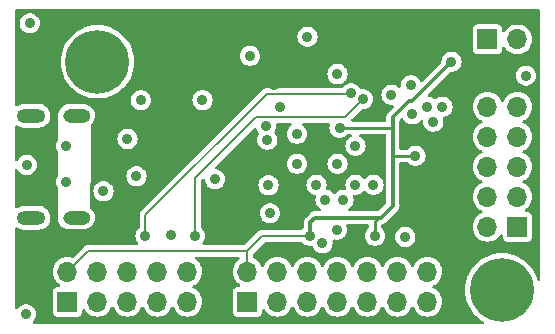
<source format=gbr>
%TF.GenerationSoftware,KiCad,Pcbnew,7.0.6*%
%TF.CreationDate,2023-11-02T18:38:28-04:00*%
%TF.ProjectId,FT2232_Board,46543232-3332-45f4-926f-6172642e6b69,rev?*%
%TF.SameCoordinates,Original*%
%TF.FileFunction,Copper,L3,Inr*%
%TF.FilePolarity,Positive*%
%FSLAX46Y46*%
G04 Gerber Fmt 4.6, Leading zero omitted, Abs format (unit mm)*
G04 Created by KiCad (PCBNEW 7.0.6) date 2023-11-02 18:38:28*
%MOMM*%
%LPD*%
G01*
G04 APERTURE LIST*
%TA.AperFunction,ComponentPad*%
%ADD10O,2.316000X1.158000*%
%TD*%
%TA.AperFunction,ComponentPad*%
%ADD11O,2.400000X1.200000*%
%TD*%
%TA.AperFunction,ComponentPad*%
%ADD12C,0.800000*%
%TD*%
%TA.AperFunction,ComponentPad*%
%ADD13C,5.400000*%
%TD*%
%TA.AperFunction,ComponentPad*%
%ADD14R,1.700000X1.700000*%
%TD*%
%TA.AperFunction,ComponentPad*%
%ADD15O,1.700000X1.700000*%
%TD*%
%TA.AperFunction,ViaPad*%
%ADD16C,0.900000*%
%TD*%
%TA.AperFunction,Conductor*%
%ADD17C,0.200000*%
%TD*%
%TA.AperFunction,Conductor*%
%ADD18C,0.250000*%
%TD*%
%TA.AperFunction,Conductor*%
%ADD19C,0.300000*%
%TD*%
G04 APERTURE END LIST*
D10*
%TO.N,GND*%
%TO.C,J1*%
X112523500Y-83308000D03*
X112523500Y-91948000D03*
D11*
X108698500Y-83308000D03*
X108698500Y-91948000D03*
%TD*%
D12*
%TO.N,GND*%
%TO.C,H2*%
X147107309Y-99475891D03*
D13*
X148539200Y-98044000D03*
D12*
X148539200Y-100069000D03*
X149971091Y-96612109D03*
X146514200Y-98044000D03*
X148539200Y-96019000D03*
X150564200Y-98044000D03*
X149971091Y-99475891D03*
X147107309Y-96612109D03*
%TD*%
%TO.N,GND*%
%TO.C,H1*%
X112868109Y-80171891D03*
D13*
X114300000Y-78740000D03*
D12*
X114300000Y-80765000D03*
X115731891Y-77308109D03*
X112275000Y-78740000D03*
X114300000Y-76715000D03*
X116325000Y-78740000D03*
X115731891Y-80171891D03*
X112868109Y-77308109D03*
%TD*%
D14*
%TO.N,/VCCIO*%
%TO.C,J4*%
X147315000Y-76835000D03*
D15*
%TO.N,GND*%
X149855000Y-76835000D03*
%TD*%
D14*
%TO.N,GND*%
%TO.C,J3*%
X127000000Y-99060000D03*
D15*
%TO.N,/VCCIO*%
X127000000Y-96520000D03*
%TO.N,/GPIOL0*%
X129540000Y-99060000D03*
%TO.N,/GPIOH0*%
X129540000Y-96520000D03*
%TO.N,/GPIOL1*%
X132080000Y-99060000D03*
%TO.N,/GPIOH1*%
X132080000Y-96520000D03*
%TO.N,/GPIOL2*%
X134620000Y-99060000D03*
%TO.N,/GPIOH2*%
X134620000Y-96520000D03*
%TO.N,/GPIOL3*%
X137160000Y-99060000D03*
%TO.N,/GPIOH3*%
X137160000Y-96520000D03*
%TO.N,/GPIOH6*%
X139700000Y-99060000D03*
%TO.N,/GPIOH4*%
X139700000Y-96520000D03*
%TO.N,/GPIOH7*%
X142240000Y-99060000D03*
%TO.N,/GPIOH5*%
X142240000Y-96520000D03*
%TD*%
D14*
%TO.N,/UART_TX_OUT*%
%TO.C,J5*%
X149860000Y-92710000D03*
D15*
%TO.N,GND*%
X147320000Y-92710000D03*
%TO.N,/UART_RX_IN*%
X149860000Y-90170000D03*
%TO.N,/TXDEN_OUT*%
X147320000Y-90170000D03*
%TO.N,/UART_RTS_OUT*%
X149860000Y-87630000D03*
%TO.N,/UART_RI_IN*%
X147320000Y-87630000D03*
%TO.N,/UART_CTS_IN*%
X149860000Y-85090000D03*
%TO.N,/UART_DCD_IN*%
X147320000Y-85090000D03*
%TO.N,/UART_DTR_OUT*%
X149860000Y-82550000D03*
%TO.N,/UART_DSR_IN*%
X147320000Y-82550000D03*
%TD*%
D14*
%TO.N,/TCK*%
%TO.C,J2*%
X111760000Y-99060000D03*
D15*
%TO.N,/VCCIO*%
X111760000Y-96520000D03*
%TO.N,GND*%
X114300000Y-99060000D03*
X114300000Y-96520000D03*
%TO.N,/TDI*%
X116840000Y-99060000D03*
%TO.N,GND*%
X116840000Y-96520000D03*
%TO.N,/TMS*%
X119380000Y-99060000D03*
%TO.N,GND*%
X119380000Y-96520000D03*
%TO.N,/TDO*%
X121920000Y-99060000D03*
%TO.N,unconnected-(J102-Pin_10-Pad10)*%
X121920000Y-96520000D03*
%TD*%
D16*
%TO.N,GND*%
X140360400Y-93573600D03*
X150571200Y-79908400D03*
X132080000Y-76606400D03*
X108254800Y-100126800D03*
X108559600Y-75488800D03*
%TO.N,Net-(U101-OSCO)*%
X128676400Y-85344000D03*
%TO.N,Net-(U101-OSCI)*%
X128574800Y-84175600D03*
%TO.N,GND*%
X140817600Y-80721200D03*
X117957600Y-81991200D03*
X117602000Y-88442800D03*
X124256800Y-88696800D03*
X120548400Y-93370400D03*
%TO.N,/TX_LED*%
X135763000Y-81407000D03*
%TO.N,/RX_LED*%
X136779000Y-81915000D03*
X122555000Y-93495500D03*
%TO.N,/TX_LED*%
X118364000Y-93472000D03*
%TO.N,/3.3V*%
X124142500Y-91630500D03*
%TO.N,GND*%
X128905000Y-91567000D03*
%TO.N,/GPIOL0*%
X133604000Y-90424000D03*
%TO.N,/GPIOL2*%
X135128000Y-90424000D03*
%TO.N,/GPIOL1*%
X133350000Y-94100500D03*
%TO.N,/GPIOL3*%
X134546500Y-92964000D03*
%TO.N,/TXDEN_OUT*%
X140970000Y-83185000D03*
%TO.N,/UART_RI_IN*%
X142240000Y-82550000D03*
%TO.N,/UART_DCD_IN*%
X142735500Y-83820000D03*
%TO.N,/UART_DSR_IN*%
X143510000Y-82550000D03*
%TO.N,Net-(U101-VPHY)*%
X131191000Y-87376000D03*
X131191000Y-84836000D03*
%TO.N,/3.3V*%
X120650000Y-83058000D03*
X120650000Y-76758800D03*
%TO.N,GND*%
X123190000Y-81991200D03*
%TO.N,/3.3V*%
X108331000Y-81432400D03*
%TO.N,Net-(J101-CC2)*%
X111633000Y-88900000D03*
%TO.N,Net-(J101-CC1)*%
X111633000Y-85852000D03*
%TO.N,GND*%
X108305600Y-87477600D03*
%TO.N,/USB_5V*%
X116840000Y-85278000D03*
X114808000Y-89712800D03*
%TO.N,GND*%
X134620000Y-79781400D03*
%TO.N,/VCCIO*%
X132296000Y-93472000D03*
%TO.N,/1.8V*%
X128778000Y-89200000D03*
X137668000Y-89154000D03*
%TO.N,GND*%
X134620000Y-87376000D03*
X132842000Y-89154000D03*
X136144000Y-89154000D03*
X136144000Y-85852000D03*
X127203200Y-78232000D03*
%TO.N,/1.8V*%
X129794000Y-82550000D03*
%TO.N,/3.3V*%
X129286000Y-80721200D03*
X137796000Y-81026000D03*
%TO.N,/1.8V*%
X139192000Y-81534000D03*
%TO.N,/VCCIO*%
X137796000Y-93472000D03*
X134796000Y-84328000D03*
X141224000Y-86700000D03*
X144272000Y-78740000D03*
%TD*%
D17*
%TO.N,/VCCIO*%
X113538000Y-94742000D02*
X111760000Y-96520000D01*
X127000000Y-94742000D02*
X113538000Y-94742000D01*
D18*
X134796000Y-84328000D02*
X139319000Y-84328000D01*
D19*
X139319000Y-84328000D02*
X139319000Y-86741000D01*
X139319000Y-83439000D02*
X139319000Y-84328000D01*
X140665200Y-82092800D02*
X139319000Y-83439000D01*
X140919200Y-82092800D02*
X140665200Y-82092800D01*
X144272000Y-78740000D02*
X140919200Y-82092800D01*
D17*
%TO.N,/RX_LED*%
X122555000Y-88620600D02*
X122555000Y-93495500D01*
X127762000Y-83413600D02*
X122555000Y-88620600D01*
X135280400Y-83413600D02*
X127762000Y-83413600D01*
X136779000Y-81915000D02*
X135280400Y-83413600D01*
%TO.N,/TX_LED*%
X128637600Y-81471200D02*
X118364000Y-91744800D01*
X118364000Y-91744800D02*
X118364000Y-91846400D01*
X135698800Y-81471200D02*
X128637600Y-81471200D01*
X135763000Y-81407000D02*
X135698800Y-81471200D01*
X118364000Y-91846400D02*
X118364000Y-93472000D01*
%TO.N,/VCCIO*%
X128270000Y-93472000D02*
X132296000Y-93472000D01*
X127000000Y-94742000D02*
X128270000Y-93472000D01*
X127000000Y-96520000D02*
X127000000Y-94742000D01*
D19*
X139319000Y-86741000D02*
X139319000Y-90932000D01*
D18*
X141224000Y-86700000D02*
X139360000Y-86700000D01*
X139360000Y-86700000D02*
X139319000Y-86741000D01*
X137796000Y-93472000D02*
X137796000Y-92201000D01*
D19*
X138049000Y-91948000D02*
X132715000Y-91948000D01*
X138303000Y-91948000D02*
X138049000Y-91948000D01*
D18*
X137796000Y-92201000D02*
X138049000Y-91948000D01*
D19*
X132334000Y-93434000D02*
X132296000Y-93472000D01*
X139319000Y-90932000D02*
X138303000Y-91948000D01*
X132715000Y-91948000D02*
X132334000Y-92329000D01*
X132334000Y-92329000D02*
X132334000Y-93434000D01*
%TD*%
%TA.AperFunction,Conductor*%
%TO.N,/3.3V*%
G36*
X130698336Y-83933785D02*
G01*
X130744091Y-83986589D01*
X130754035Y-84055747D01*
X130725010Y-84119303D01*
X130704184Y-84138416D01*
X130687970Y-84150197D01*
X130618768Y-84200475D01*
X130499140Y-84333336D01*
X130409750Y-84488164D01*
X130409747Y-84488170D01*
X130354504Y-84658192D01*
X130354503Y-84658194D01*
X130335815Y-84836000D01*
X130354503Y-85013805D01*
X130354504Y-85013807D01*
X130409747Y-85183829D01*
X130409750Y-85183835D01*
X130499141Y-85338665D01*
X130540812Y-85384946D01*
X130618764Y-85471521D01*
X130618767Y-85471523D01*
X130618770Y-85471526D01*
X130763407Y-85576612D01*
X130926733Y-85649329D01*
X131101609Y-85686500D01*
X131101610Y-85686500D01*
X131280389Y-85686500D01*
X131280391Y-85686500D01*
X131455267Y-85649329D01*
X131618593Y-85576612D01*
X131763230Y-85471526D01*
X131777386Y-85455805D01*
X131789148Y-85442741D01*
X131882859Y-85338665D01*
X131972250Y-85183835D01*
X132027497Y-85013803D01*
X132046185Y-84836000D01*
X132027497Y-84658197D01*
X131983708Y-84523429D01*
X131972252Y-84488170D01*
X131972249Y-84488164D01*
X131958686Y-84464672D01*
X131882859Y-84333335D01*
X131823617Y-84267540D01*
X131763235Y-84200478D01*
X131763232Y-84200476D01*
X131763231Y-84200475D01*
X131763230Y-84200474D01*
X131677817Y-84138417D01*
X131635152Y-84083087D01*
X131629174Y-84013474D01*
X131661780Y-83951679D01*
X131722619Y-83917322D01*
X131750704Y-83914100D01*
X133865544Y-83914100D01*
X133932583Y-83933785D01*
X133978338Y-83986589D01*
X133988282Y-84055747D01*
X133983475Y-84076418D01*
X133959504Y-84150192D01*
X133959503Y-84150194D01*
X133940815Y-84327999D01*
X133959503Y-84505805D01*
X133959504Y-84505807D01*
X134014747Y-84675829D01*
X134014750Y-84675835D01*
X134104141Y-84830665D01*
X134141377Y-84872020D01*
X134223764Y-84963521D01*
X134223767Y-84963523D01*
X134223770Y-84963526D01*
X134368407Y-85068612D01*
X134531733Y-85141329D01*
X134706609Y-85178500D01*
X134706610Y-85178500D01*
X134885389Y-85178500D01*
X134885391Y-85178500D01*
X135060267Y-85141329D01*
X135223593Y-85068612D01*
X135368230Y-84963526D01*
X135368235Y-84963521D01*
X135430357Y-84894528D01*
X135489844Y-84857879D01*
X135522507Y-84853500D01*
X135712260Y-84853500D01*
X135779299Y-84873185D01*
X135825054Y-84925989D01*
X135834998Y-84995147D01*
X135805973Y-85058703D01*
X135762696Y-85090779D01*
X135716408Y-85111387D01*
X135571768Y-85216475D01*
X135452140Y-85349336D01*
X135362750Y-85504164D01*
X135362747Y-85504170D01*
X135307504Y-85674192D01*
X135307503Y-85674194D01*
X135288815Y-85851999D01*
X135307503Y-86029805D01*
X135307504Y-86029807D01*
X135362747Y-86199829D01*
X135362750Y-86199835D01*
X135452141Y-86354665D01*
X135477149Y-86382439D01*
X135571764Y-86487521D01*
X135571767Y-86487523D01*
X135571770Y-86487526D01*
X135716407Y-86592612D01*
X135879733Y-86665329D01*
X136054609Y-86702500D01*
X136054610Y-86702500D01*
X136233389Y-86702500D01*
X136233391Y-86702500D01*
X136408267Y-86665329D01*
X136571593Y-86592612D01*
X136716230Y-86487526D01*
X136835859Y-86354665D01*
X136925250Y-86199835D01*
X136980497Y-86029803D01*
X136999185Y-85852000D01*
X136980497Y-85674197D01*
X136945477Y-85566416D01*
X136925252Y-85504170D01*
X136925249Y-85504164D01*
X136835859Y-85349335D01*
X136778999Y-85286186D01*
X136716235Y-85216478D01*
X136716232Y-85216476D01*
X136716231Y-85216475D01*
X136716230Y-85216474D01*
X136571593Y-85111388D01*
X136525303Y-85090778D01*
X136472068Y-85045530D01*
X136451746Y-84978681D01*
X136470791Y-84911457D01*
X136523157Y-84865201D01*
X136575740Y-84853500D01*
X138644500Y-84853500D01*
X138711539Y-84873185D01*
X138757294Y-84925989D01*
X138768500Y-84977500D01*
X138768500Y-89121955D01*
X138760005Y-89150884D01*
X138766477Y-89163737D01*
X138768500Y-89186044D01*
X138768500Y-90652612D01*
X138748815Y-90719651D01*
X138732181Y-90740293D01*
X138111294Y-91361181D01*
X138049971Y-91394666D01*
X138023613Y-91397500D01*
X135614993Y-91397500D01*
X135547954Y-91377815D01*
X135502199Y-91325011D01*
X135492255Y-91255853D01*
X135521280Y-91192297D01*
X135552997Y-91166110D01*
X135555583Y-91164616D01*
X135555593Y-91164612D01*
X135700230Y-91059526D01*
X135819859Y-90926665D01*
X135909250Y-90771835D01*
X135964497Y-90601803D01*
X135983185Y-90424000D01*
X135964497Y-90246197D01*
X135938704Y-90166817D01*
X135936710Y-90096977D01*
X135972790Y-90037144D01*
X136035491Y-90006316D01*
X136056636Y-90004500D01*
X136233389Y-90004500D01*
X136233391Y-90004500D01*
X136408267Y-89967329D01*
X136571593Y-89894612D01*
X136716230Y-89789526D01*
X136717176Y-89788476D01*
X136760222Y-89740668D01*
X136813851Y-89681106D01*
X136873335Y-89644460D01*
X136943192Y-89645789D01*
X136998149Y-89681108D01*
X137095764Y-89789521D01*
X137095767Y-89789523D01*
X137095770Y-89789526D01*
X137240407Y-89894612D01*
X137403733Y-89967329D01*
X137578609Y-90004500D01*
X137578610Y-90004500D01*
X137757389Y-90004500D01*
X137757391Y-90004500D01*
X137932267Y-89967329D01*
X138095593Y-89894612D01*
X138240230Y-89789526D01*
X138241176Y-89788476D01*
X138284222Y-89740668D01*
X138359859Y-89656665D01*
X138449250Y-89501835D01*
X138504497Y-89331803D01*
X138521179Y-89173080D01*
X138526936Y-89159089D01*
X138525523Y-89156890D01*
X138521179Y-89134917D01*
X138515712Y-89082900D01*
X138504497Y-88976197D01*
X138468759Y-88866207D01*
X138449252Y-88806170D01*
X138449249Y-88806164D01*
X138359859Y-88651335D01*
X138313003Y-88599296D01*
X138240235Y-88518478D01*
X138240232Y-88518476D01*
X138240231Y-88518475D01*
X138240230Y-88518474D01*
X138095593Y-88413388D01*
X137932267Y-88340671D01*
X137932265Y-88340670D01*
X137804594Y-88313533D01*
X137757391Y-88303500D01*
X137578609Y-88303500D01*
X137547954Y-88310015D01*
X137403733Y-88340670D01*
X137403728Y-88340672D01*
X137240408Y-88413387D01*
X137095771Y-88518473D01*
X137095770Y-88518474D01*
X137003813Y-88620603D01*
X136998150Y-88626892D01*
X136938663Y-88663540D01*
X136868806Y-88662209D01*
X136813850Y-88626891D01*
X136716235Y-88518478D01*
X136716232Y-88518476D01*
X136716231Y-88518475D01*
X136716230Y-88518474D01*
X136571593Y-88413388D01*
X136408267Y-88340671D01*
X136408265Y-88340670D01*
X136280594Y-88313533D01*
X136233391Y-88303500D01*
X136054609Y-88303500D01*
X136023954Y-88310015D01*
X135879733Y-88340670D01*
X135879728Y-88340672D01*
X135716408Y-88413387D01*
X135571768Y-88518475D01*
X135452140Y-88651336D01*
X135362750Y-88806164D01*
X135362747Y-88806170D01*
X135307504Y-88976192D01*
X135307503Y-88976194D01*
X135288815Y-89153999D01*
X135307503Y-89331805D01*
X135307504Y-89331807D01*
X135333295Y-89411182D01*
X135335290Y-89481023D01*
X135299210Y-89540856D01*
X135236509Y-89571684D01*
X135215364Y-89573500D01*
X135038609Y-89573500D01*
X135007954Y-89580015D01*
X134863733Y-89610670D01*
X134863728Y-89610672D01*
X134700408Y-89683387D01*
X134555771Y-89788473D01*
X134555770Y-89788474D01*
X134460205Y-89894610D01*
X134458150Y-89896892D01*
X134398663Y-89933540D01*
X134328806Y-89932209D01*
X134273850Y-89896891D01*
X134176235Y-89788478D01*
X134176232Y-89788476D01*
X134176231Y-89788475D01*
X134176230Y-89788474D01*
X134031593Y-89683388D01*
X133868267Y-89610671D01*
X133868265Y-89610670D01*
X133740706Y-89583557D01*
X133679224Y-89550365D01*
X133645448Y-89489202D01*
X133648555Y-89423952D01*
X133678497Y-89331803D01*
X133697185Y-89154000D01*
X133678497Y-88976197D01*
X133642759Y-88866207D01*
X133623252Y-88806170D01*
X133623249Y-88806164D01*
X133533859Y-88651335D01*
X133487003Y-88599296D01*
X133414235Y-88518478D01*
X133414232Y-88518476D01*
X133414231Y-88518475D01*
X133414230Y-88518474D01*
X133269593Y-88413388D01*
X133106267Y-88340671D01*
X133106265Y-88340670D01*
X132978594Y-88313533D01*
X132931391Y-88303500D01*
X132752609Y-88303500D01*
X132721954Y-88310015D01*
X132577733Y-88340670D01*
X132577728Y-88340672D01*
X132414408Y-88413387D01*
X132269768Y-88518475D01*
X132150140Y-88651336D01*
X132060750Y-88806164D01*
X132060747Y-88806170D01*
X132005504Y-88976192D01*
X132005503Y-88976194D01*
X131986815Y-89154000D01*
X132005503Y-89331805D01*
X132005504Y-89331807D01*
X132060747Y-89501829D01*
X132060750Y-89501835D01*
X132150141Y-89656665D01*
X132183382Y-89693583D01*
X132269764Y-89789521D01*
X132269767Y-89789523D01*
X132269770Y-89789526D01*
X132414407Y-89894612D01*
X132577733Y-89967329D01*
X132577735Y-89967329D01*
X132577736Y-89967330D01*
X132633108Y-89979099D01*
X132705293Y-89994442D01*
X132766774Y-90027634D01*
X132800551Y-90088797D01*
X132797443Y-90154050D01*
X132767504Y-90246192D01*
X132767503Y-90246194D01*
X132748815Y-90423999D01*
X132767503Y-90601805D01*
X132767504Y-90601807D01*
X132822747Y-90771829D01*
X132822750Y-90771835D01*
X132912141Y-90926665D01*
X132916475Y-90931478D01*
X133031764Y-91059521D01*
X133031767Y-91059523D01*
X133031770Y-91059526D01*
X133176407Y-91164612D01*
X133176412Y-91164614D01*
X133179003Y-91166110D01*
X133180207Y-91167372D01*
X133181665Y-91168432D01*
X133181471Y-91168698D01*
X133227220Y-91216676D01*
X133240446Y-91285282D01*
X133214481Y-91350148D01*
X133157568Y-91390678D01*
X133117007Y-91397500D01*
X132724397Y-91397500D01*
X132658174Y-91395238D01*
X132658173Y-91395238D01*
X132658171Y-91395238D01*
X132615170Y-91405717D01*
X132608930Y-91406902D01*
X132565079Y-91412930D01*
X132548616Y-91420081D01*
X132528575Y-91426820D01*
X132511150Y-91431066D01*
X132511145Y-91431068D01*
X132472567Y-91452758D01*
X132466881Y-91455582D01*
X132426279Y-91473220D01*
X132412357Y-91484546D01*
X132394883Y-91496438D01*
X132379246Y-91505230D01*
X132379239Y-91505235D01*
X132347939Y-91536535D01*
X132343225Y-91540789D01*
X132308891Y-91568722D01*
X132298541Y-91583385D01*
X132284920Y-91599554D01*
X131951383Y-91933092D01*
X131902956Y-91978320D01*
X131902953Y-91978322D01*
X131879955Y-92016139D01*
X131876384Y-92021387D01*
X131849641Y-92056655D01*
X131849636Y-92056663D01*
X131843055Y-92073352D01*
X131833653Y-92092283D01*
X131824327Y-92107619D01*
X131812385Y-92150237D01*
X131810362Y-92156255D01*
X131794122Y-92197440D01*
X131792288Y-92215284D01*
X131788342Y-92236048D01*
X131783501Y-92253328D01*
X131783500Y-92253337D01*
X131783500Y-92297594D01*
X131783175Y-92303935D01*
X131782797Y-92307612D01*
X131778648Y-92347970D01*
X131778648Y-92347975D01*
X131781697Y-92365656D01*
X131783500Y-92386724D01*
X131783500Y-92729896D01*
X131763815Y-92796935D01*
X131732389Y-92830211D01*
X131728569Y-92832987D01*
X131723767Y-92836476D01*
X131723764Y-92836478D01*
X131639133Y-92930472D01*
X131579646Y-92967121D01*
X131546983Y-92971500D01*
X128337143Y-92971500D01*
X128310785Y-92968666D01*
X128306074Y-92967641D01*
X128306070Y-92967641D01*
X128267552Y-92970396D01*
X128254328Y-92971342D01*
X128249906Y-92971500D01*
X128234199Y-92971500D01*
X128218656Y-92973734D01*
X128214260Y-92974207D01*
X128162517Y-92977909D01*
X128162513Y-92977910D01*
X128157986Y-92979598D01*
X128132327Y-92986146D01*
X128127550Y-92986833D01*
X128127543Y-92986835D01*
X128080353Y-93008385D01*
X128076264Y-93010078D01*
X128027675Y-93028200D01*
X128027664Y-93028206D01*
X128023799Y-93031100D01*
X128001020Y-93044615D01*
X127996636Y-93046617D01*
X127996626Y-93046623D01*
X127972676Y-93067375D01*
X127957428Y-93080587D01*
X127953996Y-93083354D01*
X127941402Y-93092781D01*
X127930291Y-93103892D01*
X127927055Y-93106905D01*
X127887861Y-93140867D01*
X127887854Y-93140876D01*
X127885243Y-93144938D01*
X127868616Y-93165568D01*
X126829005Y-94205181D01*
X126767682Y-94238666D01*
X126741324Y-94241500D01*
X123306268Y-94241500D01*
X123239229Y-94221815D01*
X123193474Y-94169011D01*
X123183530Y-94099853D01*
X123212555Y-94036297D01*
X123214118Y-94034528D01*
X123237266Y-94008819D01*
X123246859Y-93998165D01*
X123336250Y-93843335D01*
X123391497Y-93673303D01*
X123410185Y-93495500D01*
X123391497Y-93317697D01*
X123361626Y-93225764D01*
X123336252Y-93147670D01*
X123336249Y-93147664D01*
X123246859Y-92992835D01*
X123188462Y-92927979D01*
X123127235Y-92859978D01*
X123127226Y-92859971D01*
X123106613Y-92844994D01*
X123063947Y-92789664D01*
X123055499Y-92744677D01*
X123055499Y-91567000D01*
X128049815Y-91567000D01*
X128068503Y-91744805D01*
X128068504Y-91744807D01*
X128123747Y-91914829D01*
X128123750Y-91914835D01*
X128213141Y-92069665D01*
X128241244Y-92100876D01*
X128332764Y-92202521D01*
X128332767Y-92202523D01*
X128332770Y-92202526D01*
X128477407Y-92307612D01*
X128640733Y-92380329D01*
X128815609Y-92417500D01*
X128815610Y-92417500D01*
X128994389Y-92417500D01*
X128994391Y-92417500D01*
X129169267Y-92380329D01*
X129332593Y-92307612D01*
X129477230Y-92202526D01*
X129479441Y-92200071D01*
X129503148Y-92173741D01*
X129596859Y-92069665D01*
X129686250Y-91914835D01*
X129741497Y-91744803D01*
X129760185Y-91567000D01*
X129741497Y-91389197D01*
X129697665Y-91254297D01*
X129686252Y-91219170D01*
X129686249Y-91219164D01*
X129677690Y-91204339D01*
X129596859Y-91064335D01*
X129518115Y-90976881D01*
X129477235Y-90931478D01*
X129477232Y-90931476D01*
X129477231Y-90931475D01*
X129477230Y-90931474D01*
X129332593Y-90826388D01*
X129169267Y-90753671D01*
X129169265Y-90753670D01*
X129009215Y-90719651D01*
X128994391Y-90716500D01*
X128815609Y-90716500D01*
X128800785Y-90719651D01*
X128640733Y-90753670D01*
X128640728Y-90753672D01*
X128477408Y-90826387D01*
X128332768Y-90931475D01*
X128213140Y-91064336D01*
X128123750Y-91219164D01*
X128123747Y-91219170D01*
X128068504Y-91389192D01*
X128068503Y-91389194D01*
X128049815Y-91567000D01*
X123055499Y-91567000D01*
X123055499Y-90826387D01*
X123055499Y-88879271D01*
X123075184Y-88812236D01*
X123091805Y-88791607D01*
X123197342Y-88686071D01*
X123258662Y-88652589D01*
X123328354Y-88657573D01*
X123384287Y-88699445D01*
X123408341Y-88760793D01*
X123420303Y-88874604D01*
X123420304Y-88874607D01*
X123475547Y-89044629D01*
X123475550Y-89044635D01*
X123564941Y-89199465D01*
X123606612Y-89245746D01*
X123684564Y-89332321D01*
X123684567Y-89332323D01*
X123684570Y-89332326D01*
X123829207Y-89437412D01*
X123992533Y-89510129D01*
X124167409Y-89547300D01*
X124167410Y-89547300D01*
X124346189Y-89547300D01*
X124346191Y-89547300D01*
X124521067Y-89510129D01*
X124684393Y-89437412D01*
X124829030Y-89332326D01*
X124829498Y-89331807D01*
X124897638Y-89256129D01*
X124948177Y-89200000D01*
X127922815Y-89200000D01*
X127941503Y-89377805D01*
X127941504Y-89377807D01*
X127996747Y-89547829D01*
X127996750Y-89547835D01*
X128086141Y-89702665D01*
X128095266Y-89712799D01*
X128205764Y-89835521D01*
X128205767Y-89835523D01*
X128205770Y-89835526D01*
X128350407Y-89940612D01*
X128513733Y-90013329D01*
X128688609Y-90050500D01*
X128688610Y-90050500D01*
X128867389Y-90050500D01*
X128867391Y-90050500D01*
X129042267Y-90013329D01*
X129205593Y-89940612D01*
X129350230Y-89835526D01*
X129469859Y-89702665D01*
X129559250Y-89547835D01*
X129614497Y-89377803D01*
X129633185Y-89200000D01*
X129614497Y-89022197D01*
X129585773Y-88933793D01*
X129559252Y-88852170D01*
X129559249Y-88852164D01*
X129548641Y-88833790D01*
X129469859Y-88697335D01*
X129400769Y-88620603D01*
X129350235Y-88564478D01*
X129350232Y-88564476D01*
X129350231Y-88564475D01*
X129350230Y-88564474D01*
X129205593Y-88459388D01*
X129042267Y-88386671D01*
X129042265Y-88386670D01*
X128914594Y-88359533D01*
X128867391Y-88349500D01*
X128688609Y-88349500D01*
X128669193Y-88353627D01*
X128513733Y-88386670D01*
X128513728Y-88386672D01*
X128350408Y-88459387D01*
X128205768Y-88564475D01*
X128086140Y-88697336D01*
X127996750Y-88852164D01*
X127996747Y-88852170D01*
X127941504Y-89022192D01*
X127941503Y-89022194D01*
X127922815Y-89200000D01*
X124948177Y-89200000D01*
X124948659Y-89199465D01*
X125038050Y-89044635D01*
X125093297Y-88874603D01*
X125111985Y-88696800D01*
X125093297Y-88518997D01*
X125058982Y-88413387D01*
X125038052Y-88348970D01*
X125038049Y-88348964D01*
X125033261Y-88340671D01*
X124948659Y-88194135D01*
X124875718Y-88113126D01*
X124829035Y-88061278D01*
X124829032Y-88061276D01*
X124829031Y-88061275D01*
X124829030Y-88061274D01*
X124684393Y-87956188D01*
X124521067Y-87883471D01*
X124521065Y-87883470D01*
X124393394Y-87856333D01*
X124346191Y-87846300D01*
X124336475Y-87846300D01*
X124269436Y-87826615D01*
X124223681Y-87773811D01*
X124213737Y-87704653D01*
X124242762Y-87641097D01*
X124248794Y-87634619D01*
X124507414Y-87375999D01*
X130335815Y-87375999D01*
X130354503Y-87553805D01*
X130354504Y-87553807D01*
X130409747Y-87723829D01*
X130409750Y-87723835D01*
X130499141Y-87878665D01*
X130540812Y-87924946D01*
X130618764Y-88011521D01*
X130618767Y-88011523D01*
X130618770Y-88011526D01*
X130763407Y-88116612D01*
X130926733Y-88189329D01*
X131101609Y-88226500D01*
X131101610Y-88226500D01*
X131280389Y-88226500D01*
X131280391Y-88226500D01*
X131455267Y-88189329D01*
X131618593Y-88116612D01*
X131763230Y-88011526D01*
X131882859Y-87878665D01*
X131972250Y-87723835D01*
X132027497Y-87553803D01*
X132046185Y-87376000D01*
X132046185Y-87375999D01*
X133764815Y-87375999D01*
X133783503Y-87553805D01*
X133783504Y-87553807D01*
X133838747Y-87723829D01*
X133838750Y-87723835D01*
X133928141Y-87878665D01*
X133969812Y-87924946D01*
X134047764Y-88011521D01*
X134047767Y-88011523D01*
X134047770Y-88011526D01*
X134192407Y-88116612D01*
X134355733Y-88189329D01*
X134530609Y-88226500D01*
X134530610Y-88226500D01*
X134709389Y-88226500D01*
X134709391Y-88226500D01*
X134884267Y-88189329D01*
X135047593Y-88116612D01*
X135192230Y-88011526D01*
X135311859Y-87878665D01*
X135401250Y-87723835D01*
X135456497Y-87553803D01*
X135475185Y-87376000D01*
X135456497Y-87198197D01*
X135407641Y-87047835D01*
X135401252Y-87028170D01*
X135401249Y-87028164D01*
X135311859Y-86873335D01*
X135265003Y-86821296D01*
X135192235Y-86740478D01*
X135192232Y-86740476D01*
X135192231Y-86740475D01*
X135192230Y-86740474D01*
X135047593Y-86635388D01*
X134884267Y-86562671D01*
X134884265Y-86562670D01*
X134756594Y-86535533D01*
X134709391Y-86525500D01*
X134530609Y-86525500D01*
X134499954Y-86532015D01*
X134355733Y-86562670D01*
X134355728Y-86562672D01*
X134192408Y-86635387D01*
X134047768Y-86740475D01*
X133928140Y-86873336D01*
X133838750Y-87028164D01*
X133838747Y-87028170D01*
X133783504Y-87198192D01*
X133783503Y-87198194D01*
X133764815Y-87375999D01*
X132046185Y-87375999D01*
X132027497Y-87198197D01*
X131978641Y-87047835D01*
X131972252Y-87028170D01*
X131972249Y-87028164D01*
X131882859Y-86873335D01*
X131836003Y-86821296D01*
X131763235Y-86740478D01*
X131763232Y-86740476D01*
X131763231Y-86740475D01*
X131763230Y-86740474D01*
X131618593Y-86635388D01*
X131455267Y-86562671D01*
X131455265Y-86562670D01*
X131327594Y-86535533D01*
X131280391Y-86525500D01*
X131101609Y-86525500D01*
X131070954Y-86532015D01*
X130926733Y-86562670D01*
X130926728Y-86562672D01*
X130763408Y-86635387D01*
X130618768Y-86740475D01*
X130499140Y-86873336D01*
X130409750Y-87028164D01*
X130409747Y-87028170D01*
X130354504Y-87198192D01*
X130354503Y-87198194D01*
X130335815Y-87375999D01*
X124507414Y-87375999D01*
X125864803Y-86018610D01*
X127544141Y-84339271D01*
X127605462Y-84305788D01*
X127675154Y-84310772D01*
X127731087Y-84352644D01*
X127749751Y-84388636D01*
X127793547Y-84523429D01*
X127793550Y-84523435D01*
X127882941Y-84678265D01*
X127919937Y-84719353D01*
X127941928Y-84743777D01*
X127972158Y-84806769D01*
X127963533Y-84876104D01*
X127957166Y-84888748D01*
X127895149Y-84996166D01*
X127895147Y-84996170D01*
X127839904Y-85166192D01*
X127839903Y-85166194D01*
X127821215Y-85344000D01*
X127839903Y-85521805D01*
X127839904Y-85521807D01*
X127895147Y-85691829D01*
X127895150Y-85691835D01*
X127984541Y-85846665D01*
X127987094Y-85849500D01*
X128104164Y-85979521D01*
X128104167Y-85979523D01*
X128104170Y-85979526D01*
X128248807Y-86084612D01*
X128412133Y-86157329D01*
X128587009Y-86194500D01*
X128587010Y-86194500D01*
X128765789Y-86194500D01*
X128765791Y-86194500D01*
X128940667Y-86157329D01*
X129103993Y-86084612D01*
X129248630Y-85979526D01*
X129266762Y-85959389D01*
X129274548Y-85950741D01*
X129368259Y-85846665D01*
X129457650Y-85691835D01*
X129512897Y-85521803D01*
X129531585Y-85344000D01*
X129512897Y-85166197D01*
X129471461Y-85038671D01*
X129457652Y-84996170D01*
X129457649Y-84996164D01*
X129447555Y-84978681D01*
X129368259Y-84841335D01*
X129309270Y-84775821D01*
X129279040Y-84712831D01*
X129287665Y-84643496D01*
X129294026Y-84630863D01*
X129356050Y-84523435D01*
X129411297Y-84353403D01*
X129429985Y-84175600D01*
X129416895Y-84051060D01*
X129429464Y-83982332D01*
X129477196Y-83931308D01*
X129540216Y-83914100D01*
X130631297Y-83914100D01*
X130698336Y-83933785D01*
G37*
%TD.AperFunction*%
%TA.AperFunction,Conductor*%
G36*
X151708039Y-74314685D02*
G01*
X151753794Y-74367489D01*
X151765000Y-74419000D01*
X151765000Y-97162874D01*
X151745315Y-97229913D01*
X151692511Y-97275668D01*
X151623353Y-97285612D01*
X151559797Y-97256587D01*
X151522023Y-97197809D01*
X151521846Y-97197202D01*
X151507566Y-97147635D01*
X151470321Y-97018356D01*
X151337055Y-96696624D01*
X151168605Y-96391836D01*
X150967088Y-96107824D01*
X150735039Y-95848161D01*
X150475376Y-95616112D01*
X150191364Y-95414595D01*
X149886576Y-95246145D01*
X149877776Y-95242500D01*
X149819941Y-95218544D01*
X149564844Y-95112879D01*
X149397528Y-95064675D01*
X149230217Y-95016474D01*
X149230209Y-95016472D01*
X148886900Y-94958142D01*
X148886888Y-94958140D01*
X148539200Y-94938615D01*
X148191511Y-94958140D01*
X148191499Y-94958142D01*
X147848190Y-95016472D01*
X147848182Y-95016474D01*
X147513559Y-95112878D01*
X147513556Y-95112879D01*
X147419324Y-95151910D01*
X147191825Y-95246144D01*
X146887035Y-95414595D01*
X146685518Y-95557579D01*
X146603024Y-95616112D01*
X146343361Y-95848161D01*
X146126636Y-96090677D01*
X146111313Y-96107823D01*
X145909795Y-96391835D01*
X145741344Y-96696625D01*
X145724216Y-96737977D01*
X145617167Y-96996417D01*
X145608078Y-97018359D01*
X145511674Y-97352982D01*
X145511672Y-97352990D01*
X145453342Y-97696299D01*
X145453340Y-97696311D01*
X145433815Y-98044000D01*
X145453340Y-98391688D01*
X145453342Y-98391700D01*
X145511672Y-98735009D01*
X145511674Y-98735017D01*
X145539565Y-98831827D01*
X145608079Y-99069644D01*
X145693679Y-99276300D01*
X145739195Y-99386187D01*
X145741345Y-99391376D01*
X145909795Y-99696164D01*
X146111312Y-99980176D01*
X146343361Y-100239839D01*
X146603024Y-100471888D01*
X146887036Y-100673405D01*
X146993910Y-100732472D01*
X147043063Y-100782129D01*
X147057566Y-100850477D01*
X147032816Y-100915816D01*
X146976670Y-100957401D01*
X146933929Y-100965000D01*
X108923051Y-100965000D01*
X108856012Y-100945315D01*
X108810257Y-100892511D01*
X108800313Y-100823353D01*
X108829338Y-100759797D01*
X108830901Y-100758028D01*
X108873533Y-100710678D01*
X108946659Y-100629465D01*
X109036050Y-100474635D01*
X109091297Y-100304603D01*
X109109985Y-100126800D01*
X109091297Y-99948997D01*
X109036050Y-99778965D01*
X108946659Y-99624135D01*
X108899803Y-99572096D01*
X108827035Y-99491278D01*
X108827032Y-99491276D01*
X108827031Y-99491275D01*
X108827030Y-99491274D01*
X108682393Y-99386188D01*
X108519067Y-99313471D01*
X108519065Y-99313470D01*
X108391394Y-99286333D01*
X108344191Y-99276300D01*
X108165409Y-99276300D01*
X108134754Y-99282815D01*
X107990533Y-99313470D01*
X107990528Y-99313472D01*
X107827208Y-99386187D01*
X107682568Y-99491275D01*
X107562940Y-99624136D01*
X107546387Y-99652807D01*
X107495820Y-99701022D01*
X107427213Y-99714246D01*
X107362349Y-99688278D01*
X107321820Y-99631364D01*
X107315000Y-99590807D01*
X107315000Y-96520002D01*
X110504723Y-96520002D01*
X110523793Y-96737975D01*
X110523793Y-96737979D01*
X110580422Y-96949322D01*
X110580424Y-96949326D01*
X110580425Y-96949330D01*
X110612614Y-97018359D01*
X110672897Y-97147638D01*
X110672898Y-97147639D01*
X110798402Y-97326877D01*
X110953123Y-97481598D01*
X111099263Y-97583926D01*
X111142887Y-97638502D01*
X111150081Y-97708000D01*
X111118558Y-97770355D01*
X111058328Y-97805769D01*
X111028140Y-97809500D01*
X110878482Y-97809500D01*
X110797519Y-97822323D01*
X110784696Y-97824354D01*
X110671658Y-97881950D01*
X110671657Y-97881950D01*
X110671657Y-97881951D01*
X110671652Y-97881954D01*
X110581954Y-97971652D01*
X110581951Y-97971657D01*
X110581950Y-97971658D01*
X110562751Y-98009337D01*
X110524352Y-98084698D01*
X110509500Y-98178475D01*
X110509500Y-99941517D01*
X110510685Y-99948997D01*
X110524354Y-100035304D01*
X110581950Y-100148342D01*
X110581952Y-100148344D01*
X110581954Y-100148347D01*
X110671652Y-100238045D01*
X110671654Y-100238046D01*
X110671658Y-100238050D01*
X110784694Y-100295645D01*
X110784698Y-100295647D01*
X110878475Y-100310499D01*
X110878481Y-100310500D01*
X112641518Y-100310499D01*
X112735304Y-100295646D01*
X112848342Y-100238050D01*
X112938050Y-100148342D01*
X112995646Y-100035304D01*
X112995646Y-100035302D01*
X112995647Y-100035301D01*
X113006282Y-99968147D01*
X113010500Y-99941519D01*
X113010499Y-99791859D01*
X113030183Y-99724823D01*
X113082987Y-99679068D01*
X113152145Y-99669124D01*
X113215701Y-99698149D01*
X113236073Y-99720738D01*
X113338402Y-99866877D01*
X113493123Y-100021598D01*
X113672361Y-100147102D01*
X113870670Y-100239575D01*
X113870676Y-100239576D01*
X113870677Y-100239577D01*
X113871655Y-100239839D01*
X114082023Y-100296207D01*
X114264926Y-100312208D01*
X114299998Y-100315277D01*
X114300000Y-100315277D01*
X114300002Y-100315277D01*
X114328254Y-100312805D01*
X114517977Y-100296207D01*
X114729330Y-100239575D01*
X114927639Y-100147102D01*
X115106877Y-100021598D01*
X115261598Y-99866877D01*
X115387102Y-99687639D01*
X115457618Y-99536414D01*
X115503790Y-99483977D01*
X115570984Y-99464825D01*
X115637865Y-99485041D01*
X115682381Y-99536414D01*
X115752898Y-99687639D01*
X115878402Y-99866877D01*
X116033123Y-100021598D01*
X116212361Y-100147102D01*
X116410670Y-100239575D01*
X116410676Y-100239576D01*
X116410677Y-100239577D01*
X116411655Y-100239839D01*
X116622023Y-100296207D01*
X116804926Y-100312208D01*
X116839998Y-100315277D01*
X116840000Y-100315277D01*
X116840002Y-100315277D01*
X116868254Y-100312805D01*
X117057977Y-100296207D01*
X117269330Y-100239575D01*
X117467639Y-100147102D01*
X117646877Y-100021598D01*
X117801598Y-99866877D01*
X117927102Y-99687639D01*
X117997618Y-99536414D01*
X118043790Y-99483977D01*
X118110984Y-99464825D01*
X118177865Y-99485041D01*
X118222381Y-99536414D01*
X118292898Y-99687639D01*
X118418402Y-99866877D01*
X118573123Y-100021598D01*
X118752361Y-100147102D01*
X118950670Y-100239575D01*
X118950676Y-100239576D01*
X118950677Y-100239577D01*
X118951655Y-100239839D01*
X119162023Y-100296207D01*
X119344926Y-100312208D01*
X119379998Y-100315277D01*
X119380000Y-100315277D01*
X119380002Y-100315277D01*
X119408254Y-100312805D01*
X119597977Y-100296207D01*
X119809330Y-100239575D01*
X120007639Y-100147102D01*
X120186877Y-100021598D01*
X120341598Y-99866877D01*
X120467102Y-99687639D01*
X120537619Y-99536414D01*
X120583789Y-99483977D01*
X120650982Y-99464825D01*
X120717863Y-99485040D01*
X120762381Y-99536416D01*
X120832897Y-99687638D01*
X120832898Y-99687639D01*
X120958402Y-99866877D01*
X121113123Y-100021598D01*
X121292361Y-100147102D01*
X121490670Y-100239575D01*
X121490676Y-100239576D01*
X121490677Y-100239577D01*
X121491655Y-100239839D01*
X121702023Y-100296207D01*
X121884926Y-100312208D01*
X121919998Y-100315277D01*
X121920000Y-100315277D01*
X121920002Y-100315277D01*
X121948254Y-100312805D01*
X122137977Y-100296207D01*
X122349330Y-100239575D01*
X122547639Y-100147102D01*
X122726877Y-100021598D01*
X122881598Y-99866877D01*
X123007102Y-99687639D01*
X123099575Y-99489330D01*
X123156207Y-99277977D01*
X123175277Y-99060000D01*
X123156207Y-98842023D01*
X123099575Y-98630670D01*
X123007102Y-98432362D01*
X123007100Y-98432359D01*
X123007099Y-98432357D01*
X122881599Y-98253124D01*
X122806950Y-98178475D01*
X122726877Y-98098402D01*
X122547639Y-97972898D01*
X122396414Y-97902381D01*
X122343977Y-97856210D01*
X122324825Y-97789016D01*
X122345041Y-97722135D01*
X122396414Y-97677618D01*
X122547639Y-97607102D01*
X122726877Y-97481598D01*
X122881598Y-97326877D01*
X123007102Y-97147639D01*
X123099575Y-96949330D01*
X123156207Y-96737977D01*
X123175277Y-96520000D01*
X123156207Y-96302023D01*
X123106141Y-96115174D01*
X123099577Y-96090677D01*
X123099576Y-96090676D01*
X123099575Y-96090670D01*
X123007102Y-95892362D01*
X123007100Y-95892359D01*
X123007099Y-95892357D01*
X122881599Y-95713124D01*
X122881596Y-95713121D01*
X122726877Y-95558402D01*
X122597874Y-95468073D01*
X122554251Y-95413497D01*
X122547059Y-95343999D01*
X122578581Y-95281644D01*
X122638811Y-95246231D01*
X122669000Y-95242500D01*
X126251000Y-95242500D01*
X126318039Y-95262185D01*
X126363794Y-95314989D01*
X126373738Y-95384147D01*
X126344713Y-95447703D01*
X126322123Y-95468075D01*
X126193121Y-95558402D01*
X126038402Y-95713121D01*
X125912900Y-95892357D01*
X125912898Y-95892361D01*
X125820426Y-96090668D01*
X125820422Y-96090677D01*
X125763793Y-96302020D01*
X125763793Y-96302024D01*
X125744723Y-96519997D01*
X125744723Y-96520002D01*
X125763793Y-96737975D01*
X125763793Y-96737979D01*
X125820422Y-96949322D01*
X125820424Y-96949326D01*
X125820425Y-96949330D01*
X125852614Y-97018359D01*
X125912897Y-97147638D01*
X125912898Y-97147639D01*
X126038402Y-97326877D01*
X126193123Y-97481598D01*
X126339263Y-97583926D01*
X126382887Y-97638502D01*
X126390081Y-97708000D01*
X126358558Y-97770355D01*
X126298328Y-97805769D01*
X126268140Y-97809500D01*
X126118482Y-97809500D01*
X126037519Y-97822323D01*
X126024696Y-97824354D01*
X125911658Y-97881950D01*
X125911657Y-97881950D01*
X125911657Y-97881951D01*
X125911652Y-97881954D01*
X125821954Y-97971652D01*
X125821951Y-97971657D01*
X125821950Y-97971658D01*
X125802751Y-98009337D01*
X125764352Y-98084698D01*
X125749500Y-98178475D01*
X125749500Y-99941517D01*
X125750685Y-99948997D01*
X125764354Y-100035304D01*
X125821950Y-100148342D01*
X125821952Y-100148344D01*
X125821954Y-100148347D01*
X125911652Y-100238045D01*
X125911654Y-100238046D01*
X125911658Y-100238050D01*
X126024694Y-100295645D01*
X126024698Y-100295647D01*
X126118475Y-100310499D01*
X126118481Y-100310500D01*
X127881518Y-100310499D01*
X127975304Y-100295646D01*
X128088342Y-100238050D01*
X128178050Y-100148342D01*
X128235646Y-100035304D01*
X128235646Y-100035302D01*
X128235647Y-100035301D01*
X128246282Y-99968147D01*
X128250500Y-99941519D01*
X128250499Y-99791859D01*
X128270183Y-99724823D01*
X128322987Y-99679068D01*
X128392145Y-99669124D01*
X128455701Y-99698149D01*
X128476073Y-99720738D01*
X128578402Y-99866877D01*
X128733123Y-100021598D01*
X128912361Y-100147102D01*
X129110670Y-100239575D01*
X129110676Y-100239576D01*
X129110677Y-100239577D01*
X129111655Y-100239839D01*
X129322023Y-100296207D01*
X129504926Y-100312208D01*
X129539998Y-100315277D01*
X129540000Y-100315277D01*
X129540002Y-100315277D01*
X129568254Y-100312805D01*
X129757977Y-100296207D01*
X129969330Y-100239575D01*
X130167639Y-100147102D01*
X130346877Y-100021598D01*
X130501598Y-99866877D01*
X130627102Y-99687639D01*
X130697618Y-99536414D01*
X130743790Y-99483977D01*
X130810984Y-99464825D01*
X130877865Y-99485041D01*
X130922381Y-99536414D01*
X130992898Y-99687639D01*
X131118402Y-99866877D01*
X131273123Y-100021598D01*
X131452361Y-100147102D01*
X131650670Y-100239575D01*
X131650676Y-100239576D01*
X131650677Y-100239577D01*
X131651655Y-100239839D01*
X131862023Y-100296207D01*
X132044926Y-100312208D01*
X132079998Y-100315277D01*
X132080000Y-100315277D01*
X132080002Y-100315277D01*
X132108254Y-100312805D01*
X132297977Y-100296207D01*
X132509330Y-100239575D01*
X132707639Y-100147102D01*
X132886877Y-100021598D01*
X133041598Y-99866877D01*
X133167102Y-99687639D01*
X133237618Y-99536414D01*
X133283790Y-99483977D01*
X133350984Y-99464825D01*
X133417865Y-99485041D01*
X133462381Y-99536414D01*
X133532898Y-99687639D01*
X133658402Y-99866877D01*
X133813123Y-100021598D01*
X133992361Y-100147102D01*
X134190670Y-100239575D01*
X134190676Y-100239576D01*
X134190677Y-100239577D01*
X134191655Y-100239839D01*
X134402023Y-100296207D01*
X134584926Y-100312208D01*
X134619998Y-100315277D01*
X134620000Y-100315277D01*
X134620002Y-100315277D01*
X134648254Y-100312805D01*
X134837977Y-100296207D01*
X135049330Y-100239575D01*
X135247639Y-100147102D01*
X135426877Y-100021598D01*
X135581598Y-99866877D01*
X135707102Y-99687639D01*
X135777618Y-99536414D01*
X135823790Y-99483977D01*
X135890984Y-99464825D01*
X135957865Y-99485041D01*
X136002381Y-99536414D01*
X136072898Y-99687639D01*
X136198402Y-99866877D01*
X136353123Y-100021598D01*
X136532361Y-100147102D01*
X136730670Y-100239575D01*
X136730676Y-100239576D01*
X136730677Y-100239577D01*
X136731655Y-100239839D01*
X136942023Y-100296207D01*
X137124926Y-100312208D01*
X137159998Y-100315277D01*
X137160000Y-100315277D01*
X137160002Y-100315277D01*
X137188254Y-100312805D01*
X137377977Y-100296207D01*
X137589330Y-100239575D01*
X137787639Y-100147102D01*
X137966877Y-100021598D01*
X138121598Y-99866877D01*
X138247102Y-99687639D01*
X138317618Y-99536414D01*
X138363790Y-99483977D01*
X138430984Y-99464825D01*
X138497865Y-99485041D01*
X138542381Y-99536414D01*
X138612898Y-99687639D01*
X138738402Y-99866877D01*
X138893123Y-100021598D01*
X139072361Y-100147102D01*
X139270670Y-100239575D01*
X139270676Y-100239576D01*
X139270677Y-100239577D01*
X139271655Y-100239839D01*
X139482023Y-100296207D01*
X139664926Y-100312208D01*
X139699998Y-100315277D01*
X139700000Y-100315277D01*
X139700002Y-100315277D01*
X139728254Y-100312805D01*
X139917977Y-100296207D01*
X140129330Y-100239575D01*
X140327639Y-100147102D01*
X140506877Y-100021598D01*
X140661598Y-99866877D01*
X140787102Y-99687639D01*
X140857618Y-99536414D01*
X140903790Y-99483977D01*
X140970984Y-99464825D01*
X141037865Y-99485041D01*
X141082381Y-99536414D01*
X141152898Y-99687639D01*
X141278402Y-99866877D01*
X141433123Y-100021598D01*
X141612361Y-100147102D01*
X141810670Y-100239575D01*
X141810676Y-100239576D01*
X141810677Y-100239577D01*
X141811655Y-100239839D01*
X142022023Y-100296207D01*
X142204926Y-100312208D01*
X142239998Y-100315277D01*
X142240000Y-100315277D01*
X142240002Y-100315277D01*
X142268254Y-100312805D01*
X142457977Y-100296207D01*
X142669330Y-100239575D01*
X142867639Y-100147102D01*
X143046877Y-100021598D01*
X143201598Y-99866877D01*
X143327102Y-99687639D01*
X143419575Y-99489330D01*
X143476207Y-99277977D01*
X143495277Y-99060000D01*
X143476207Y-98842023D01*
X143419575Y-98630670D01*
X143327102Y-98432362D01*
X143327100Y-98432359D01*
X143327099Y-98432357D01*
X143201599Y-98253124D01*
X143126950Y-98178475D01*
X143046877Y-98098402D01*
X142867639Y-97972898D01*
X142716414Y-97902381D01*
X142663977Y-97856210D01*
X142644825Y-97789016D01*
X142665041Y-97722135D01*
X142716414Y-97677618D01*
X142867639Y-97607102D01*
X143046877Y-97481598D01*
X143201598Y-97326877D01*
X143327102Y-97147639D01*
X143419575Y-96949330D01*
X143476207Y-96737977D01*
X143495277Y-96520000D01*
X143476207Y-96302023D01*
X143426141Y-96115174D01*
X143419577Y-96090677D01*
X143419576Y-96090676D01*
X143419575Y-96090670D01*
X143327102Y-95892362D01*
X143327100Y-95892359D01*
X143327099Y-95892357D01*
X143201599Y-95713124D01*
X143201596Y-95713121D01*
X143046877Y-95558402D01*
X142867639Y-95432898D01*
X142867640Y-95432898D01*
X142867638Y-95432897D01*
X142763092Y-95384147D01*
X142669330Y-95340425D01*
X142669326Y-95340424D01*
X142669322Y-95340422D01*
X142457977Y-95283793D01*
X142240002Y-95264723D01*
X142239998Y-95264723D01*
X142094682Y-95277436D01*
X142022023Y-95283793D01*
X142022020Y-95283793D01*
X141810677Y-95340422D01*
X141810668Y-95340426D01*
X141612361Y-95432898D01*
X141612357Y-95432900D01*
X141433121Y-95558402D01*
X141278402Y-95713121D01*
X141152900Y-95892357D01*
X141152898Y-95892361D01*
X141082382Y-96043583D01*
X141036209Y-96096022D01*
X140969016Y-96115174D01*
X140902135Y-96094958D01*
X140857618Y-96043583D01*
X140843118Y-96012488D01*
X140787102Y-95892362D01*
X140787100Y-95892359D01*
X140787099Y-95892357D01*
X140661599Y-95713124D01*
X140661596Y-95713121D01*
X140506877Y-95558402D01*
X140327639Y-95432898D01*
X140327640Y-95432898D01*
X140327638Y-95432897D01*
X140223092Y-95384147D01*
X140129330Y-95340425D01*
X140129326Y-95340424D01*
X140129322Y-95340422D01*
X139917977Y-95283793D01*
X139700002Y-95264723D01*
X139699998Y-95264723D01*
X139554681Y-95277436D01*
X139482023Y-95283793D01*
X139482020Y-95283793D01*
X139270677Y-95340422D01*
X139270668Y-95340426D01*
X139072361Y-95432898D01*
X139072357Y-95432900D01*
X138893121Y-95558402D01*
X138738402Y-95713121D01*
X138612900Y-95892357D01*
X138612898Y-95892361D01*
X138542382Y-96043583D01*
X138496209Y-96096022D01*
X138429016Y-96115174D01*
X138362135Y-96094958D01*
X138317618Y-96043583D01*
X138303118Y-96012488D01*
X138247102Y-95892362D01*
X138247100Y-95892359D01*
X138247099Y-95892357D01*
X138121599Y-95713124D01*
X138121596Y-95713121D01*
X137966877Y-95558402D01*
X137787639Y-95432898D01*
X137787640Y-95432898D01*
X137787638Y-95432897D01*
X137683092Y-95384147D01*
X137589330Y-95340425D01*
X137589326Y-95340424D01*
X137589322Y-95340422D01*
X137377977Y-95283793D01*
X137160002Y-95264723D01*
X137159998Y-95264723D01*
X137014681Y-95277436D01*
X136942023Y-95283793D01*
X136942020Y-95283793D01*
X136730677Y-95340422D01*
X136730668Y-95340426D01*
X136532361Y-95432898D01*
X136532357Y-95432900D01*
X136353121Y-95558402D01*
X136198402Y-95713121D01*
X136072900Y-95892357D01*
X136072898Y-95892361D01*
X136002382Y-96043583D01*
X135956209Y-96096022D01*
X135889016Y-96115174D01*
X135822135Y-96094958D01*
X135777618Y-96043583D01*
X135763118Y-96012488D01*
X135707102Y-95892362D01*
X135707100Y-95892359D01*
X135707099Y-95892357D01*
X135581599Y-95713124D01*
X135581596Y-95713121D01*
X135426877Y-95558402D01*
X135247639Y-95432898D01*
X135247640Y-95432898D01*
X135247638Y-95432897D01*
X135143092Y-95384147D01*
X135049330Y-95340425D01*
X135049326Y-95340424D01*
X135049322Y-95340422D01*
X134837977Y-95283793D01*
X134620002Y-95264723D01*
X134619998Y-95264723D01*
X134474681Y-95277436D01*
X134402023Y-95283793D01*
X134402020Y-95283793D01*
X134190677Y-95340422D01*
X134190668Y-95340426D01*
X133992361Y-95432898D01*
X133992357Y-95432900D01*
X133813121Y-95558402D01*
X133658402Y-95713121D01*
X133532900Y-95892357D01*
X133532898Y-95892361D01*
X133462382Y-96043583D01*
X133416209Y-96096022D01*
X133349016Y-96115174D01*
X133282135Y-96094958D01*
X133237618Y-96043583D01*
X133223118Y-96012488D01*
X133167102Y-95892362D01*
X133167100Y-95892359D01*
X133167099Y-95892357D01*
X133041599Y-95713124D01*
X133041596Y-95713121D01*
X132886877Y-95558402D01*
X132707639Y-95432898D01*
X132707640Y-95432898D01*
X132707638Y-95432897D01*
X132603092Y-95384147D01*
X132509330Y-95340425D01*
X132509326Y-95340424D01*
X132509322Y-95340422D01*
X132297977Y-95283793D01*
X132080002Y-95264723D01*
X132079998Y-95264723D01*
X131934682Y-95277436D01*
X131862023Y-95283793D01*
X131862020Y-95283793D01*
X131650677Y-95340422D01*
X131650668Y-95340426D01*
X131452361Y-95432898D01*
X131452357Y-95432900D01*
X131273121Y-95558402D01*
X131118402Y-95713121D01*
X130992900Y-95892357D01*
X130992898Y-95892361D01*
X130922382Y-96043583D01*
X130876209Y-96096022D01*
X130809016Y-96115174D01*
X130742135Y-96094958D01*
X130697618Y-96043583D01*
X130683118Y-96012488D01*
X130627102Y-95892362D01*
X130627100Y-95892359D01*
X130627099Y-95892357D01*
X130501599Y-95713124D01*
X130501596Y-95713121D01*
X130346877Y-95558402D01*
X130167639Y-95432898D01*
X130167640Y-95432898D01*
X130167638Y-95432897D01*
X130063092Y-95384147D01*
X129969330Y-95340425D01*
X129969326Y-95340424D01*
X129969322Y-95340422D01*
X129757977Y-95283793D01*
X129540002Y-95264723D01*
X129539998Y-95264723D01*
X129394682Y-95277436D01*
X129322023Y-95283793D01*
X129322020Y-95283793D01*
X129110677Y-95340422D01*
X129110668Y-95340426D01*
X128912361Y-95432898D01*
X128912357Y-95432900D01*
X128733121Y-95558402D01*
X128578402Y-95713121D01*
X128452900Y-95892357D01*
X128452898Y-95892361D01*
X128382382Y-96043583D01*
X128336209Y-96096022D01*
X128269016Y-96115174D01*
X128202135Y-96094958D01*
X128157618Y-96043583D01*
X128143118Y-96012488D01*
X128087102Y-95892362D01*
X128087100Y-95892359D01*
X128087099Y-95892357D01*
X127961599Y-95713124D01*
X127961596Y-95713121D01*
X127806877Y-95558402D01*
X127627639Y-95432898D01*
X127627640Y-95432898D01*
X127627638Y-95432897D01*
X127572094Y-95406997D01*
X127519655Y-95360824D01*
X127500499Y-95294617D01*
X127500499Y-95000674D01*
X127520184Y-94933636D01*
X127536813Y-94912999D01*
X128440994Y-94008819D01*
X128502318Y-93975334D01*
X128528676Y-93972500D01*
X131546983Y-93972500D01*
X131614022Y-93992185D01*
X131639133Y-94013528D01*
X131723764Y-94107521D01*
X131723767Y-94107523D01*
X131723770Y-94107526D01*
X131868407Y-94212612D01*
X132031733Y-94285329D01*
X132206609Y-94322500D01*
X132206610Y-94322500D01*
X132385390Y-94322500D01*
X132385391Y-94322500D01*
X132409449Y-94317386D01*
X132479115Y-94322701D01*
X132534849Y-94364838D01*
X132553161Y-94400358D01*
X132568747Y-94448328D01*
X132568750Y-94448335D01*
X132658141Y-94603165D01*
X132699812Y-94649446D01*
X132777764Y-94736021D01*
X132777767Y-94736023D01*
X132777770Y-94736026D01*
X132922407Y-94841112D01*
X133085733Y-94913829D01*
X133260609Y-94951000D01*
X133260610Y-94951000D01*
X133439389Y-94951000D01*
X133439391Y-94951000D01*
X133614267Y-94913829D01*
X133777593Y-94841112D01*
X133922230Y-94736026D01*
X134041859Y-94603165D01*
X134131250Y-94448335D01*
X134186497Y-94278303D01*
X134205185Y-94100500D01*
X134186520Y-93922924D01*
X134199089Y-93854199D01*
X134246821Y-93803175D01*
X134314561Y-93786057D01*
X134335620Y-93788676D01*
X134457109Y-93814500D01*
X134457110Y-93814500D01*
X134635889Y-93814500D01*
X134635891Y-93814500D01*
X134810767Y-93777329D01*
X134974093Y-93704612D01*
X135118730Y-93599526D01*
X135125941Y-93591518D01*
X135164938Y-93548207D01*
X135238359Y-93466665D01*
X135327750Y-93311835D01*
X135382997Y-93141803D01*
X135401685Y-92964000D01*
X135382997Y-92786197D01*
X135342259Y-92660818D01*
X135340264Y-92590977D01*
X135376344Y-92531144D01*
X135439045Y-92500316D01*
X135460190Y-92498500D01*
X137146500Y-92498500D01*
X137213539Y-92518185D01*
X137259294Y-92570989D01*
X137270500Y-92622500D01*
X137270500Y-92739341D01*
X137250815Y-92806380D01*
X137227580Y-92830994D01*
X137228599Y-92832126D01*
X137223769Y-92836474D01*
X137104140Y-92969336D01*
X137014750Y-93124164D01*
X137014747Y-93124170D01*
X136959504Y-93294192D01*
X136959503Y-93294194D01*
X136940815Y-93472000D01*
X136959503Y-93649805D01*
X136959504Y-93649807D01*
X137014747Y-93819829D01*
X137014750Y-93819835D01*
X137104141Y-93974665D01*
X137125300Y-93998164D01*
X137223764Y-94107521D01*
X137223767Y-94107523D01*
X137223770Y-94107526D01*
X137368407Y-94212612D01*
X137531733Y-94285329D01*
X137706609Y-94322500D01*
X137706610Y-94322500D01*
X137885389Y-94322500D01*
X137885391Y-94322500D01*
X138060267Y-94285329D01*
X138223593Y-94212612D01*
X138368230Y-94107526D01*
X138374557Y-94100500D01*
X138399756Y-94072513D01*
X138487859Y-93974665D01*
X138577250Y-93819835D01*
X138632497Y-93649803D01*
X138640506Y-93573599D01*
X139505215Y-93573599D01*
X139523903Y-93751405D01*
X139523904Y-93751407D01*
X139579147Y-93921429D01*
X139579150Y-93921435D01*
X139668541Y-94076265D01*
X139710212Y-94122546D01*
X139788164Y-94209121D01*
X139788167Y-94209123D01*
X139788170Y-94209126D01*
X139932807Y-94314212D01*
X140096133Y-94386929D01*
X140271009Y-94424100D01*
X140271010Y-94424100D01*
X140449789Y-94424100D01*
X140449791Y-94424100D01*
X140624667Y-94386929D01*
X140787993Y-94314212D01*
X140932630Y-94209126D01*
X140936183Y-94205181D01*
X140992957Y-94142126D01*
X141052259Y-94076265D01*
X141141650Y-93921435D01*
X141196897Y-93751403D01*
X141215585Y-93573600D01*
X141196897Y-93395797D01*
X141151186Y-93255114D01*
X141141652Y-93225770D01*
X141141649Y-93225764D01*
X141122500Y-93192597D01*
X141052259Y-93070935D01*
X140995939Y-93008385D01*
X140932635Y-92938078D01*
X140932632Y-92938076D01*
X140932631Y-92938075D01*
X140932630Y-92938074D01*
X140787993Y-92832988D01*
X140624667Y-92760271D01*
X140624665Y-92760270D01*
X140496994Y-92733133D01*
X140449791Y-92723100D01*
X140271009Y-92723100D01*
X140240354Y-92729615D01*
X140096133Y-92760270D01*
X140096128Y-92760272D01*
X139932808Y-92832987D01*
X139788168Y-92938075D01*
X139668540Y-93070936D01*
X139579150Y-93225764D01*
X139579147Y-93225770D01*
X139523904Y-93395792D01*
X139523903Y-93395794D01*
X139505215Y-93573599D01*
X138640506Y-93573599D01*
X138651185Y-93472000D01*
X138632497Y-93294197D01*
X138590703Y-93165568D01*
X138577252Y-93124170D01*
X138577250Y-93124167D01*
X138577250Y-93124165D01*
X138487859Y-92969335D01*
X138368230Y-92836474D01*
X138363401Y-92832126D01*
X138365226Y-92830098D01*
X138329924Y-92784266D01*
X138321500Y-92739341D01*
X138321500Y-92710002D01*
X146064723Y-92710002D01*
X146071897Y-92792001D01*
X146077843Y-92859972D01*
X146083793Y-92927975D01*
X146083793Y-92927979D01*
X146140422Y-93139322D01*
X146140424Y-93139326D01*
X146140425Y-93139330D01*
X146173519Y-93210300D01*
X146232897Y-93337638D01*
X146257998Y-93373486D01*
X146358402Y-93516877D01*
X146513123Y-93671598D01*
X146692361Y-93797102D01*
X146890670Y-93889575D01*
X147102023Y-93946207D01*
X147284926Y-93962208D01*
X147319998Y-93965277D01*
X147320000Y-93965277D01*
X147320002Y-93965277D01*
X147348254Y-93962805D01*
X147537977Y-93946207D01*
X147749330Y-93889575D01*
X147947639Y-93797102D01*
X148126877Y-93671598D01*
X148281598Y-93516877D01*
X148383928Y-93370734D01*
X148438502Y-93327112D01*
X148508000Y-93319918D01*
X148570355Y-93351441D01*
X148605769Y-93411670D01*
X148609500Y-93441859D01*
X148609500Y-93591517D01*
X148618732Y-93649803D01*
X148624354Y-93685304D01*
X148681950Y-93798342D01*
X148681952Y-93798344D01*
X148681954Y-93798347D01*
X148771652Y-93888045D01*
X148771654Y-93888046D01*
X148771658Y-93888050D01*
X148884694Y-93945645D01*
X148884698Y-93945647D01*
X148978475Y-93960499D01*
X148978481Y-93960500D01*
X150741518Y-93960499D01*
X150835304Y-93945646D01*
X150948342Y-93888050D01*
X151038050Y-93798342D01*
X151095646Y-93685304D01*
X151095646Y-93685302D01*
X151095647Y-93685301D01*
X151109232Y-93599523D01*
X151110500Y-93591519D01*
X151110499Y-91828482D01*
X151095646Y-91734696D01*
X151038050Y-91621658D01*
X151038046Y-91621654D01*
X151038045Y-91621652D01*
X150948347Y-91531954D01*
X150948344Y-91531952D01*
X150948342Y-91531950D01*
X150871517Y-91492805D01*
X150835301Y-91474352D01*
X150741524Y-91459500D01*
X150591862Y-91459500D01*
X150524823Y-91439815D01*
X150479068Y-91387011D01*
X150469124Y-91317853D01*
X150498149Y-91254297D01*
X150520734Y-91233928D01*
X150666877Y-91131598D01*
X150821598Y-90976877D01*
X150947102Y-90797639D01*
X151039575Y-90599330D01*
X151096207Y-90387977D01*
X151115277Y-90170000D01*
X151096207Y-89952023D01*
X151039575Y-89740670D01*
X150947102Y-89542362D01*
X150947100Y-89542359D01*
X150947099Y-89542357D01*
X150821599Y-89363124D01*
X150751775Y-89293300D01*
X150666877Y-89208402D01*
X150487639Y-89082898D01*
X150336414Y-89012381D01*
X150283977Y-88966210D01*
X150264825Y-88899016D01*
X150285041Y-88832135D01*
X150336414Y-88787618D01*
X150487639Y-88717102D01*
X150666877Y-88591598D01*
X150821598Y-88436877D01*
X150947102Y-88257639D01*
X151039575Y-88059330D01*
X151096207Y-87847977D01*
X151115277Y-87630000D01*
X151096207Y-87412023D01*
X151039575Y-87200670D01*
X150947102Y-87002362D01*
X150947100Y-87002359D01*
X150947099Y-87002357D01*
X150821599Y-86823124D01*
X150821596Y-86823121D01*
X150666877Y-86668402D01*
X150487639Y-86542898D01*
X150336414Y-86472381D01*
X150283977Y-86426210D01*
X150264825Y-86359016D01*
X150285041Y-86292135D01*
X150336414Y-86247618D01*
X150487639Y-86177102D01*
X150666877Y-86051598D01*
X150821598Y-85896877D01*
X150947102Y-85717639D01*
X151039575Y-85519330D01*
X151096207Y-85307977D01*
X151115277Y-85090000D01*
X151096207Y-84872023D01*
X151044289Y-84678263D01*
X151039577Y-84660677D01*
X151039576Y-84660676D01*
X151039575Y-84660670D01*
X150947102Y-84462362D01*
X150947100Y-84462359D01*
X150947099Y-84462357D01*
X150821599Y-84283124D01*
X150757515Y-84219040D01*
X150666877Y-84128402D01*
X150487639Y-84002898D01*
X150336414Y-83932381D01*
X150283977Y-83886210D01*
X150264825Y-83819016D01*
X150285041Y-83752135D01*
X150336414Y-83707618D01*
X150487639Y-83637102D01*
X150666877Y-83511598D01*
X150821598Y-83356877D01*
X150947102Y-83177639D01*
X151039575Y-82979330D01*
X151096207Y-82767977D01*
X151115231Y-82550523D01*
X151115277Y-82550002D01*
X151115277Y-82549997D01*
X151111313Y-82504689D01*
X151096207Y-82332023D01*
X151039575Y-82120670D01*
X150947102Y-81922362D01*
X150947100Y-81922359D01*
X150947099Y-81922357D01*
X150821599Y-81743124D01*
X150745649Y-81667174D01*
X150666877Y-81588402D01*
X150487639Y-81462898D01*
X150487640Y-81462898D01*
X150487638Y-81462897D01*
X150339091Y-81393629D01*
X150289330Y-81370425D01*
X150289326Y-81370424D01*
X150289322Y-81370422D01*
X150077977Y-81313793D01*
X149860002Y-81294723D01*
X149859998Y-81294723D01*
X149714681Y-81307436D01*
X149642023Y-81313793D01*
X149642020Y-81313793D01*
X149430677Y-81370422D01*
X149430668Y-81370426D01*
X149232361Y-81462898D01*
X149232357Y-81462900D01*
X149053121Y-81588402D01*
X148898402Y-81743121D01*
X148772900Y-81922357D01*
X148772898Y-81922361D01*
X148702382Y-82073583D01*
X148656209Y-82126022D01*
X148589016Y-82145174D01*
X148522135Y-82124958D01*
X148477618Y-82073583D01*
X148454391Y-82023773D01*
X148407102Y-81922362D01*
X148407100Y-81922359D01*
X148407099Y-81922357D01*
X148281599Y-81743124D01*
X148205649Y-81667174D01*
X148126877Y-81588402D01*
X147947639Y-81462898D01*
X147947640Y-81462898D01*
X147947638Y-81462897D01*
X147799091Y-81393629D01*
X147749330Y-81370425D01*
X147749326Y-81370424D01*
X147749322Y-81370422D01*
X147537977Y-81313793D01*
X147320002Y-81294723D01*
X147319998Y-81294723D01*
X147174681Y-81307436D01*
X147102023Y-81313793D01*
X147102020Y-81313793D01*
X146890677Y-81370422D01*
X146890668Y-81370426D01*
X146692361Y-81462898D01*
X146692357Y-81462900D01*
X146513121Y-81588402D01*
X146358402Y-81743121D01*
X146232900Y-81922357D01*
X146232898Y-81922361D01*
X146140426Y-82120668D01*
X146140422Y-82120677D01*
X146083793Y-82332020D01*
X146083793Y-82332024D01*
X146064723Y-82549997D01*
X146064723Y-82550002D01*
X146083793Y-82767975D01*
X146083793Y-82767979D01*
X146140422Y-82979322D01*
X146140424Y-82979326D01*
X146140425Y-82979330D01*
X146162382Y-83026416D01*
X146232897Y-83177638D01*
X146250154Y-83202283D01*
X146358402Y-83356877D01*
X146513123Y-83511598D01*
X146635514Y-83597297D01*
X146692361Y-83637102D01*
X146843583Y-83707618D01*
X146896022Y-83753790D01*
X146915174Y-83820984D01*
X146894958Y-83887865D01*
X146843583Y-83932382D01*
X146692361Y-84002898D01*
X146692357Y-84002900D01*
X146513121Y-84128402D01*
X146358402Y-84283121D01*
X146232900Y-84462357D01*
X146232898Y-84462361D01*
X146140426Y-84660668D01*
X146140422Y-84660677D01*
X146083793Y-84872020D01*
X146083793Y-84872024D01*
X146064723Y-85089997D01*
X146064723Y-85090002D01*
X146071389Y-85166192D01*
X146081170Y-85278000D01*
X146083793Y-85307975D01*
X146083793Y-85307979D01*
X146140422Y-85519322D01*
X146140424Y-85519326D01*
X146140425Y-85519330D01*
X146162382Y-85566416D01*
X146232897Y-85717638D01*
X146232898Y-85717639D01*
X146358402Y-85896877D01*
X146513123Y-86051598D01*
X146682391Y-86170121D01*
X146692361Y-86177102D01*
X146843583Y-86247618D01*
X146896022Y-86293790D01*
X146915174Y-86360984D01*
X146894958Y-86427865D01*
X146843583Y-86472382D01*
X146692361Y-86542898D01*
X146692357Y-86542900D01*
X146513121Y-86668402D01*
X146358402Y-86823121D01*
X146232900Y-87002357D01*
X146232898Y-87002361D01*
X146140426Y-87200668D01*
X146140422Y-87200677D01*
X146083793Y-87412020D01*
X146083793Y-87412024D01*
X146064723Y-87629997D01*
X146064723Y-87630002D01*
X146071254Y-87704653D01*
X146080232Y-87807278D01*
X146083793Y-87847975D01*
X146083793Y-87847979D01*
X146140422Y-88059322D01*
X146140424Y-88059326D01*
X146140425Y-88059330D01*
X146167135Y-88116610D01*
X146232897Y-88257638D01*
X146238048Y-88264994D01*
X146358402Y-88436877D01*
X146513123Y-88591598D01*
X146692360Y-88717101D01*
X146692361Y-88717102D01*
X146843583Y-88787618D01*
X146896022Y-88833790D01*
X146915174Y-88900984D01*
X146894958Y-88967865D01*
X146843583Y-89012382D01*
X146692361Y-89082898D01*
X146692357Y-89082900D01*
X146513121Y-89208402D01*
X146358402Y-89363121D01*
X146232900Y-89542357D01*
X146232898Y-89542361D01*
X146140426Y-89740668D01*
X146140422Y-89740677D01*
X146083793Y-89952020D01*
X146083793Y-89952024D01*
X146064723Y-90169997D01*
X146064723Y-90170002D01*
X146083793Y-90387975D01*
X146083793Y-90387979D01*
X146140422Y-90599322D01*
X146140424Y-90599326D01*
X146140425Y-90599330D01*
X146162382Y-90646416D01*
X146232897Y-90797638D01*
X146232898Y-90797639D01*
X146358402Y-90976877D01*
X146513123Y-91131598D01*
X146688355Y-91254297D01*
X146692361Y-91257102D01*
X146843583Y-91327618D01*
X146896022Y-91373790D01*
X146915174Y-91440984D01*
X146894958Y-91507865D01*
X146843583Y-91552382D01*
X146692361Y-91622898D01*
X146692357Y-91622900D01*
X146513121Y-91748402D01*
X146358402Y-91903121D01*
X146232900Y-92082357D01*
X146232898Y-92082361D01*
X146140426Y-92280668D01*
X146140422Y-92280677D01*
X146083793Y-92492020D01*
X146083793Y-92492023D01*
X146082246Y-92509706D01*
X146064723Y-92709997D01*
X146064723Y-92710002D01*
X138321500Y-92710002D01*
X138321500Y-92609254D01*
X138341185Y-92542215D01*
X138393989Y-92496460D01*
X138428612Y-92486410D01*
X138452920Y-92483070D01*
X138469383Y-92475918D01*
X138489416Y-92469181D01*
X138506852Y-92464933D01*
X138545465Y-92443221D01*
X138551090Y-92440427D01*
X138591720Y-92422780D01*
X138605632Y-92411460D01*
X138623123Y-92399557D01*
X138638759Y-92390766D01*
X138670059Y-92359464D01*
X138674771Y-92355211D01*
X138709108Y-92327278D01*
X138719456Y-92312616D01*
X138733074Y-92296449D01*
X139701618Y-91327906D01*
X139750044Y-91282680D01*
X139773049Y-91244847D01*
X139776606Y-91239622D01*
X139803361Y-91204342D01*
X139809943Y-91187648D01*
X139819344Y-91168719D01*
X139828672Y-91153382D01*
X139840619Y-91110739D01*
X139842632Y-91104753D01*
X139858876Y-91063564D01*
X139859292Y-91059523D01*
X139860711Y-91045716D01*
X139864658Y-91024944D01*
X139869500Y-91007665D01*
X139869500Y-90963404D01*
X139869825Y-90957060D01*
X139872455Y-90931476D01*
X139874352Y-90913028D01*
X139871303Y-90895343D01*
X139869500Y-90874275D01*
X139869500Y-87349500D01*
X139889185Y-87282461D01*
X139941989Y-87236706D01*
X139993500Y-87225500D01*
X140497493Y-87225500D01*
X140564532Y-87245185D01*
X140589643Y-87266528D01*
X140651764Y-87335521D01*
X140651767Y-87335523D01*
X140651770Y-87335526D01*
X140796407Y-87440612D01*
X140959733Y-87513329D01*
X141134609Y-87550500D01*
X141134610Y-87550500D01*
X141313389Y-87550500D01*
X141313391Y-87550500D01*
X141488267Y-87513329D01*
X141651593Y-87440612D01*
X141796230Y-87335526D01*
X141915859Y-87202665D01*
X142005250Y-87047835D01*
X142060497Y-86877803D01*
X142079185Y-86700000D01*
X142060497Y-86522197D01*
X142029309Y-86426210D01*
X142005252Y-86352170D01*
X142005249Y-86352164D01*
X141971547Y-86293790D01*
X141915859Y-86197335D01*
X141869003Y-86145296D01*
X141796235Y-86064478D01*
X141796232Y-86064476D01*
X141796231Y-86064475D01*
X141796230Y-86064474D01*
X141651593Y-85959388D01*
X141488267Y-85886671D01*
X141488265Y-85886670D01*
X141360594Y-85859533D01*
X141313391Y-85849500D01*
X141134609Y-85849500D01*
X141103954Y-85856015D01*
X140959733Y-85886670D01*
X140959728Y-85886672D01*
X140796408Y-85959387D01*
X140651767Y-86064476D01*
X140651764Y-86064478D01*
X140589643Y-86133472D01*
X140530156Y-86170121D01*
X140497493Y-86174500D01*
X139993500Y-86174500D01*
X139926461Y-86154815D01*
X139880706Y-86102011D01*
X139869500Y-86050500D01*
X139869500Y-83718386D01*
X139889185Y-83651347D01*
X139905813Y-83630710D01*
X140006747Y-83529776D01*
X140068066Y-83496294D01*
X140137758Y-83501278D01*
X140193692Y-83543149D01*
X140201812Y-83555460D01*
X140256360Y-83649940D01*
X140278141Y-83687665D01*
X140315770Y-83729456D01*
X140397764Y-83820521D01*
X140397767Y-83820523D01*
X140397770Y-83820526D01*
X140542407Y-83925612D01*
X140705733Y-83998329D01*
X140880609Y-84035500D01*
X140880610Y-84035500D01*
X141059389Y-84035500D01*
X141059391Y-84035500D01*
X141234267Y-83998329D01*
X141397593Y-83925612D01*
X141542230Y-83820526D01*
X141555961Y-83805277D01*
X141666207Y-83682836D01*
X141667217Y-83683745D01*
X141716832Y-83645480D01*
X141786445Y-83639495D01*
X141848243Y-83672096D01*
X141882605Y-83732931D01*
X141885151Y-83773988D01*
X141880315Y-83820000D01*
X141882413Y-83839958D01*
X141899003Y-83997805D01*
X141899004Y-83997807D01*
X141954247Y-84167829D01*
X141954250Y-84167835D01*
X142043641Y-84322665D01*
X142085312Y-84368946D01*
X142163264Y-84455521D01*
X142163267Y-84455523D01*
X142163270Y-84455526D01*
X142307907Y-84560612D01*
X142471233Y-84633329D01*
X142646109Y-84670500D01*
X142646110Y-84670500D01*
X142824889Y-84670500D01*
X142824891Y-84670500D01*
X142999767Y-84633329D01*
X143163093Y-84560612D01*
X143307730Y-84455526D01*
X143427359Y-84322665D01*
X143516750Y-84167835D01*
X143571997Y-83997803D01*
X143590685Y-83820000D01*
X143571997Y-83642197D01*
X143542864Y-83552535D01*
X143540869Y-83482694D01*
X143576949Y-83422861D01*
X143635008Y-83392929D01*
X143774267Y-83363329D01*
X143937593Y-83290612D01*
X144082230Y-83185526D01*
X144084188Y-83183352D01*
X144130976Y-83131388D01*
X144201859Y-83052665D01*
X144291250Y-82897835D01*
X144346497Y-82727803D01*
X144365185Y-82550000D01*
X144346497Y-82372197D01*
X144307722Y-82252859D01*
X144291252Y-82202170D01*
X144291249Y-82202164D01*
X144201859Y-82047335D01*
X144141754Y-81980582D01*
X144082235Y-81914478D01*
X144082232Y-81914476D01*
X144082231Y-81914475D01*
X144082230Y-81914474D01*
X143937593Y-81809388D01*
X143774267Y-81736671D01*
X143774265Y-81736670D01*
X143626193Y-81705197D01*
X143599391Y-81699500D01*
X143420609Y-81699500D01*
X143393807Y-81705197D01*
X143245733Y-81736670D01*
X143245728Y-81736672D01*
X143082408Y-81809388D01*
X143082403Y-81809390D01*
X142947885Y-81907124D01*
X142882079Y-81930604D01*
X142814025Y-81914778D01*
X142802114Y-81907124D01*
X142673111Y-81813397D01*
X142667593Y-81809388D01*
X142504267Y-81736671D01*
X142504265Y-81736670D01*
X142504264Y-81736670D01*
X142356197Y-81705197D01*
X142294715Y-81672004D01*
X142260939Y-81610841D01*
X142265591Y-81541127D01*
X142294295Y-81496228D01*
X143882124Y-79908400D01*
X149716015Y-79908400D01*
X149734703Y-80086205D01*
X149734704Y-80086207D01*
X149789947Y-80256229D01*
X149789950Y-80256235D01*
X149879341Y-80411065D01*
X149919776Y-80455972D01*
X149998964Y-80543921D01*
X149998967Y-80543923D01*
X149998970Y-80543926D01*
X150143607Y-80649012D01*
X150306933Y-80721729D01*
X150481809Y-80758900D01*
X150481810Y-80758900D01*
X150660589Y-80758900D01*
X150660591Y-80758900D01*
X150835467Y-80721729D01*
X150998793Y-80649012D01*
X151143430Y-80543926D01*
X151143907Y-80543397D01*
X151169348Y-80515141D01*
X151263059Y-80411065D01*
X151352450Y-80256235D01*
X151407697Y-80086203D01*
X151426385Y-79908400D01*
X151407697Y-79730597D01*
X151366431Y-79603594D01*
X151352452Y-79560570D01*
X151352449Y-79560564D01*
X151306288Y-79480610D01*
X151263059Y-79405735D01*
X151216203Y-79353696D01*
X151143435Y-79272878D01*
X151143432Y-79272876D01*
X151143431Y-79272875D01*
X151143430Y-79272874D01*
X150998793Y-79167788D01*
X150835467Y-79095071D01*
X150835465Y-79095070D01*
X150707794Y-79067933D01*
X150660591Y-79057900D01*
X150481809Y-79057900D01*
X150451154Y-79064415D01*
X150306933Y-79095070D01*
X150306928Y-79095072D01*
X150143608Y-79167787D01*
X149998968Y-79272875D01*
X149879340Y-79405736D01*
X149789950Y-79560564D01*
X149789947Y-79560570D01*
X149734704Y-79730592D01*
X149734703Y-79730594D01*
X149716015Y-79908400D01*
X143882124Y-79908400D01*
X144163705Y-79626819D01*
X144225028Y-79593334D01*
X144251386Y-79590500D01*
X144361389Y-79590500D01*
X144361391Y-79590500D01*
X144536267Y-79553329D01*
X144699593Y-79480612D01*
X144844230Y-79375526D01*
X144963859Y-79242665D01*
X145053250Y-79087835D01*
X145108497Y-78917803D01*
X145127185Y-78740000D01*
X145108497Y-78562197D01*
X145080873Y-78477181D01*
X145053252Y-78392170D01*
X145053249Y-78392164D01*
X144963859Y-78237335D01*
X144917003Y-78185296D01*
X144844235Y-78104478D01*
X144844232Y-78104476D01*
X144844231Y-78104475D01*
X144844230Y-78104474D01*
X144699593Y-77999388D01*
X144536267Y-77926671D01*
X144536265Y-77926670D01*
X144408594Y-77899533D01*
X144361391Y-77889500D01*
X144182609Y-77889500D01*
X144151954Y-77896015D01*
X144007733Y-77926670D01*
X144007728Y-77926672D01*
X143844408Y-77999387D01*
X143699768Y-78104475D01*
X143580140Y-78237336D01*
X143490750Y-78392164D01*
X143490747Y-78392170D01*
X143435504Y-78562192D01*
X143435503Y-78562194D01*
X143416815Y-78740002D01*
X143416815Y-78740007D01*
X143417923Y-78750555D01*
X143405351Y-78819284D01*
X143382283Y-78851191D01*
X141806003Y-80427471D01*
X141744680Y-80460956D01*
X141674988Y-80455972D01*
X141619055Y-80414100D01*
X141600390Y-80378104D01*
X141598852Y-80373371D01*
X141598851Y-80373370D01*
X141598850Y-80373365D01*
X141509459Y-80218535D01*
X141429053Y-80129235D01*
X141389835Y-80085678D01*
X141389832Y-80085676D01*
X141389831Y-80085675D01*
X141389830Y-80085674D01*
X141245193Y-79980588D01*
X141081867Y-79907871D01*
X141081865Y-79907870D01*
X140954194Y-79880733D01*
X140906991Y-79870700D01*
X140728209Y-79870700D01*
X140697554Y-79877215D01*
X140553333Y-79907870D01*
X140553328Y-79907872D01*
X140390008Y-79980587D01*
X140245368Y-80085675D01*
X140125740Y-80218536D01*
X140036350Y-80373364D01*
X140036347Y-80373370D01*
X139981104Y-80543392D01*
X139981103Y-80543394D01*
X139970002Y-80649012D01*
X139962415Y-80721200D01*
X139967699Y-80771478D01*
X139969945Y-80792842D01*
X139957375Y-80861571D01*
X139909643Y-80912595D01*
X139841903Y-80929713D01*
X139775662Y-80907491D01*
X139765135Y-80899132D01*
X139764231Y-80898475D01*
X139764230Y-80898474D01*
X139619593Y-80793388D01*
X139456267Y-80720671D01*
X139456265Y-80720670D01*
X139328594Y-80693533D01*
X139281391Y-80683500D01*
X139102609Y-80683500D01*
X139071954Y-80690015D01*
X138927733Y-80720670D01*
X138927728Y-80720672D01*
X138764408Y-80793387D01*
X138619768Y-80898475D01*
X138500140Y-81031336D01*
X138410750Y-81186164D01*
X138410747Y-81186170D01*
X138355504Y-81356192D01*
X138355503Y-81356194D01*
X138336815Y-81534000D01*
X138355503Y-81711805D01*
X138355504Y-81711807D01*
X138410747Y-81881829D01*
X138410750Y-81881835D01*
X138500141Y-82036665D01*
X138533382Y-82073583D01*
X138619764Y-82169521D01*
X138619767Y-82169523D01*
X138619770Y-82169526D01*
X138764407Y-82274612D01*
X138927733Y-82347329D01*
X139102609Y-82384500D01*
X139102610Y-82384500D01*
X139281383Y-82384500D01*
X139281391Y-82384500D01*
X139281398Y-82384498D01*
X139283540Y-82384273D01*
X139284782Y-82384500D01*
X139287890Y-82384500D01*
X139287890Y-82385067D01*
X139352272Y-82396833D01*
X139403302Y-82444558D01*
X139420429Y-82512296D01*
X139398215Y-82578541D01*
X139384199Y-82595273D01*
X138936382Y-83043092D01*
X138887957Y-83088317D01*
X138864956Y-83126139D01*
X138861384Y-83131388D01*
X138834639Y-83166658D01*
X138834636Y-83166663D01*
X138828055Y-83183352D01*
X138818653Y-83202283D01*
X138809327Y-83217619D01*
X138797385Y-83260237D01*
X138795362Y-83266255D01*
X138779122Y-83307440D01*
X138777288Y-83325284D01*
X138773342Y-83346048D01*
X138768501Y-83363328D01*
X138768500Y-83363337D01*
X138768500Y-83407594D01*
X138768175Y-83413939D01*
X138763648Y-83457970D01*
X138763648Y-83457975D01*
X138766697Y-83475656D01*
X138768500Y-83496724D01*
X138768500Y-83678500D01*
X138748815Y-83745539D01*
X138696011Y-83791294D01*
X138644500Y-83802500D01*
X135898675Y-83802500D01*
X135831636Y-83782815D01*
X135785881Y-83730011D01*
X135775937Y-83660853D01*
X135804962Y-83597297D01*
X135810994Y-83590819D01*
X136599994Y-82801819D01*
X136661317Y-82768334D01*
X136687675Y-82765500D01*
X136868389Y-82765500D01*
X136868391Y-82765500D01*
X137043267Y-82728329D01*
X137206593Y-82655612D01*
X137351230Y-82550526D01*
X137351707Y-82549997D01*
X137383261Y-82514952D01*
X137470859Y-82417665D01*
X137560250Y-82262835D01*
X137615497Y-82092803D01*
X137634185Y-81915000D01*
X137615497Y-81737197D01*
X137567151Y-81588403D01*
X137560252Y-81567170D01*
X137560249Y-81567164D01*
X137470859Y-81412335D01*
X137420309Y-81356194D01*
X137351235Y-81279478D01*
X137351232Y-81279476D01*
X137351231Y-81279475D01*
X137351230Y-81279474D01*
X137206593Y-81174388D01*
X137043267Y-81101671D01*
X137043265Y-81101670D01*
X136906997Y-81072706D01*
X136868391Y-81064500D01*
X136689609Y-81064500D01*
X136651002Y-81072706D01*
X136581335Y-81067388D01*
X136525602Y-81025250D01*
X136517836Y-81013415D01*
X136515001Y-81008505D01*
X136454859Y-80904335D01*
X136408003Y-80852296D01*
X136335235Y-80771478D01*
X136335232Y-80771476D01*
X136335231Y-80771475D01*
X136335230Y-80771474D01*
X136190593Y-80666388D01*
X136027267Y-80593671D01*
X136027265Y-80593670D01*
X135899594Y-80566533D01*
X135852391Y-80556500D01*
X135673609Y-80556500D01*
X135642954Y-80563015D01*
X135498733Y-80593670D01*
X135498728Y-80593672D01*
X135335408Y-80666387D01*
X135190768Y-80771475D01*
X135071139Y-80904336D01*
X135068623Y-80908696D01*
X135018058Y-80956914D01*
X134961234Y-80970700D01*
X128704738Y-80970700D01*
X128678381Y-80967866D01*
X128673676Y-80966842D01*
X128673668Y-80966842D01*
X128628957Y-80970040D01*
X128621937Y-80970542D01*
X128617515Y-80970700D01*
X128601799Y-80970700D01*
X128586246Y-80972936D01*
X128581850Y-80973408D01*
X128530117Y-80977109D01*
X128530114Y-80977110D01*
X128525596Y-80978795D01*
X128499920Y-80985348D01*
X128495141Y-80986035D01*
X128447955Y-81007584D01*
X128443867Y-81009277D01*
X128395268Y-81027405D01*
X128395267Y-81027406D01*
X128391402Y-81030299D01*
X128368620Y-81043816D01*
X128364231Y-81045820D01*
X128364230Y-81045821D01*
X128364228Y-81045822D01*
X128364227Y-81045823D01*
X128349794Y-81058328D01*
X128325017Y-81079797D01*
X128321573Y-81082572D01*
X128309006Y-81091980D01*
X128309002Y-81091983D01*
X128309003Y-81091983D01*
X128297890Y-81103093D01*
X128294656Y-81106104D01*
X128255462Y-81140066D01*
X128255454Y-81140076D01*
X128252843Y-81144138D01*
X128236216Y-81164768D01*
X118057568Y-91343416D01*
X118036938Y-91360043D01*
X118032876Y-91362654D01*
X118032867Y-91362661D01*
X117998905Y-91401855D01*
X117995892Y-91405091D01*
X117984781Y-91416202D01*
X117975354Y-91428796D01*
X117972587Y-91432228D01*
X117966014Y-91439815D01*
X117938623Y-91471426D01*
X117938617Y-91471436D01*
X117936615Y-91475820D01*
X117923100Y-91498599D01*
X117920206Y-91502464D01*
X117920200Y-91502475D01*
X117902078Y-91551064D01*
X117900385Y-91555153D01*
X117878835Y-91602343D01*
X117878833Y-91602350D01*
X117878146Y-91607127D01*
X117871598Y-91632786D01*
X117869910Y-91637313D01*
X117869909Y-91637317D01*
X117866207Y-91689060D01*
X117865734Y-91693456D01*
X117863500Y-91708999D01*
X117863500Y-91724704D01*
X117863342Y-91729129D01*
X117859640Y-91780870D01*
X117859641Y-91780873D01*
X117860666Y-91785588D01*
X117863499Y-91811939D01*
X117863499Y-91835262D01*
X117863500Y-91835267D01*
X117863500Y-92721177D01*
X117843815Y-92788216D01*
X117812388Y-92821493D01*
X117791771Y-92836472D01*
X117791769Y-92836474D01*
X117672140Y-92969336D01*
X117582750Y-93124164D01*
X117582747Y-93124170D01*
X117527504Y-93294192D01*
X117527503Y-93294194D01*
X117508815Y-93472000D01*
X117527503Y-93649805D01*
X117527504Y-93649807D01*
X117582747Y-93819829D01*
X117582750Y-93819835D01*
X117672141Y-93974665D01*
X117693300Y-93998164D01*
X117726042Y-94034528D01*
X117756272Y-94097519D01*
X117747647Y-94166855D01*
X117702905Y-94220520D01*
X117636253Y-94241478D01*
X117633892Y-94241500D01*
X113605143Y-94241500D01*
X113578785Y-94238666D01*
X113574074Y-94237641D01*
X113574070Y-94237641D01*
X113535552Y-94240396D01*
X113522328Y-94241342D01*
X113517906Y-94241500D01*
X113502199Y-94241500D01*
X113486656Y-94243734D01*
X113482260Y-94244207D01*
X113430517Y-94247909D01*
X113430513Y-94247910D01*
X113425986Y-94249598D01*
X113400327Y-94256146D01*
X113395550Y-94256833D01*
X113395543Y-94256835D01*
X113348353Y-94278385D01*
X113344264Y-94280078D01*
X113295675Y-94298200D01*
X113295664Y-94298206D01*
X113291799Y-94301100D01*
X113269020Y-94314615D01*
X113264636Y-94316617D01*
X113264626Y-94316623D01*
X113257844Y-94322500D01*
X113225428Y-94350587D01*
X113221996Y-94353354D01*
X113209402Y-94362781D01*
X113198291Y-94373892D01*
X113195055Y-94376905D01*
X113155861Y-94410867D01*
X113155854Y-94410876D01*
X113153243Y-94414938D01*
X113136616Y-94435568D01*
X112273416Y-95298768D01*
X112212093Y-95332253D01*
X112153642Y-95330862D01*
X111977977Y-95283793D01*
X111760002Y-95264723D01*
X111759998Y-95264723D01*
X111614681Y-95277436D01*
X111542023Y-95283793D01*
X111542020Y-95283793D01*
X111330677Y-95340422D01*
X111330668Y-95340426D01*
X111132361Y-95432898D01*
X111132357Y-95432900D01*
X110953121Y-95558402D01*
X110798402Y-95713121D01*
X110672900Y-95892357D01*
X110672898Y-95892361D01*
X110580426Y-96090668D01*
X110580422Y-96090677D01*
X110523793Y-96302020D01*
X110523793Y-96302024D01*
X110504723Y-96519997D01*
X110504723Y-96520002D01*
X107315000Y-96520002D01*
X107315000Y-92859040D01*
X107334685Y-92792001D01*
X107387489Y-92746246D01*
X107456647Y-92736302D01*
X107509836Y-92757265D01*
X107610451Y-92827295D01*
X107797442Y-92907540D01*
X107996759Y-92948500D01*
X109349243Y-92948500D01*
X109500939Y-92933074D01*
X109695079Y-92872162D01*
X109695080Y-92872161D01*
X109695088Y-92872159D01*
X109873002Y-92773409D01*
X110027395Y-92640866D01*
X110151948Y-92479958D01*
X110241560Y-92297271D01*
X110292563Y-92100285D01*
X110302869Y-91897064D01*
X110272056Y-91695929D01*
X110214599Y-91540789D01*
X110201388Y-91505118D01*
X110201387Y-91505117D01*
X110201386Y-91505113D01*
X110093752Y-91332429D01*
X109971997Y-91204344D01*
X109953561Y-91184949D01*
X109953560Y-91184948D01*
X109953559Y-91184947D01*
X109838311Y-91104732D01*
X109786550Y-91068705D01*
X109599556Y-90988459D01*
X109400241Y-90947500D01*
X108047758Y-90947500D01*
X108047757Y-90947500D01*
X107896060Y-90962925D01*
X107701920Y-91023837D01*
X107701905Y-91023844D01*
X107524000Y-91122589D01*
X107523996Y-91122592D01*
X107519768Y-91126222D01*
X107456078Y-91154952D01*
X107386967Y-91144689D01*
X107334375Y-91098690D01*
X107315000Y-91032134D01*
X107315000Y-88900000D01*
X110777815Y-88900000D01*
X110781367Y-88933793D01*
X110796503Y-89077805D01*
X110796504Y-89077807D01*
X110851747Y-89247829D01*
X110851750Y-89247835D01*
X110941138Y-89402661D01*
X110941139Y-89402663D01*
X110941141Y-89402665D01*
X110966151Y-89430441D01*
X110996380Y-89493431D01*
X110998000Y-89513412D01*
X110998000Y-91680005D01*
X110994042Y-91711084D01*
X110971304Y-91798905D01*
X110971303Y-91798913D01*
X110961213Y-91997868D01*
X110991377Y-92194772D01*
X110991380Y-92194784D01*
X111060564Y-92381586D01*
X111060566Y-92381591D01*
X111165941Y-92550650D01*
X111165942Y-92550651D01*
X111165944Y-92550654D01*
X111303187Y-92695033D01*
X111303191Y-92695036D01*
X111466695Y-92808839D01*
X111649762Y-92887399D01*
X111844895Y-92927500D01*
X113152171Y-92927500D01*
X113300690Y-92912397D01*
X113490754Y-92852764D01*
X113490754Y-92852763D01*
X113490763Y-92852761D01*
X113664943Y-92756083D01*
X113816095Y-92626323D01*
X113938034Y-92468792D01*
X114025765Y-92289940D01*
X114075697Y-92097088D01*
X114085787Y-91898133D01*
X114055621Y-91701220D01*
X113986434Y-91514409D01*
X113881059Y-91345350D01*
X113881056Y-91345347D01*
X113881055Y-91345345D01*
X113743812Y-91200966D01*
X113739040Y-91196870D01*
X113740460Y-91195215D01*
X113702917Y-91148525D01*
X113693532Y-91100409D01*
X113702370Y-89712800D01*
X113952815Y-89712800D01*
X113971503Y-89890605D01*
X113971504Y-89890607D01*
X114026747Y-90060629D01*
X114026750Y-90060635D01*
X114116141Y-90215465D01*
X114157812Y-90261746D01*
X114235764Y-90348321D01*
X114235767Y-90348323D01*
X114235770Y-90348326D01*
X114380407Y-90453412D01*
X114543733Y-90526129D01*
X114718609Y-90563300D01*
X114718610Y-90563300D01*
X114897389Y-90563300D01*
X114897391Y-90563300D01*
X115072267Y-90526129D01*
X115235593Y-90453412D01*
X115380230Y-90348326D01*
X115499859Y-90215465D01*
X115589250Y-90060635D01*
X115644497Y-89890603D01*
X115663185Y-89712800D01*
X115644497Y-89534997D01*
X115593422Y-89377805D01*
X115589252Y-89364970D01*
X115589249Y-89364964D01*
X115588187Y-89363124D01*
X115499859Y-89210135D01*
X115446509Y-89150884D01*
X115380235Y-89077278D01*
X115380232Y-89077276D01*
X115380231Y-89077275D01*
X115380230Y-89077274D01*
X115235593Y-88972188D01*
X115072267Y-88899471D01*
X115072265Y-88899470D01*
X114944594Y-88872333D01*
X114897391Y-88862300D01*
X114718609Y-88862300D01*
X114700228Y-88866207D01*
X114543733Y-88899470D01*
X114543728Y-88899472D01*
X114380408Y-88972187D01*
X114235768Y-89077275D01*
X114116140Y-89210136D01*
X114026750Y-89364964D01*
X114026747Y-89364970D01*
X113971504Y-89534992D01*
X113971503Y-89534994D01*
X113952815Y-89712800D01*
X113702370Y-89712800D01*
X113710459Y-88442800D01*
X116746815Y-88442800D01*
X116765503Y-88620605D01*
X116765504Y-88620607D01*
X116820747Y-88790629D01*
X116820750Y-88790635D01*
X116910141Y-88945465D01*
X116947689Y-88987166D01*
X117029764Y-89078321D01*
X117029767Y-89078323D01*
X117029770Y-89078326D01*
X117174407Y-89183412D01*
X117337733Y-89256129D01*
X117512609Y-89293300D01*
X117512610Y-89293300D01*
X117691389Y-89293300D01*
X117691391Y-89293300D01*
X117866267Y-89256129D01*
X118029593Y-89183412D01*
X118174230Y-89078326D01*
X118174698Y-89077807D01*
X118204571Y-89044629D01*
X118293859Y-88945465D01*
X118383250Y-88790635D01*
X118438497Y-88620603D01*
X118457185Y-88442800D01*
X118438497Y-88264997D01*
X118389150Y-88113123D01*
X118383252Y-88094970D01*
X118383249Y-88094964D01*
X118293859Y-87940135D01*
X118242838Y-87883471D01*
X118174235Y-87807278D01*
X118174232Y-87807276D01*
X118174231Y-87807275D01*
X118174230Y-87807274D01*
X118029593Y-87702188D01*
X117866267Y-87629471D01*
X117866265Y-87629470D01*
X117738594Y-87602333D01*
X117691391Y-87592300D01*
X117512609Y-87592300D01*
X117481954Y-87598815D01*
X117337733Y-87629470D01*
X117337728Y-87629472D01*
X117174408Y-87702187D01*
X117029768Y-87807275D01*
X116910140Y-87940136D01*
X116820750Y-88094964D01*
X116820747Y-88094970D01*
X116765504Y-88264992D01*
X116765503Y-88264994D01*
X116746815Y-88442800D01*
X113710459Y-88442800D01*
X113730618Y-85277999D01*
X115984815Y-85277999D01*
X116003503Y-85455805D01*
X116003504Y-85455807D01*
X116058747Y-85625829D01*
X116058750Y-85625835D01*
X116148141Y-85780665D01*
X116189812Y-85826946D01*
X116267764Y-85913521D01*
X116267767Y-85913523D01*
X116267770Y-85913526D01*
X116412407Y-86018612D01*
X116575733Y-86091329D01*
X116750609Y-86128500D01*
X116750610Y-86128500D01*
X116929389Y-86128500D01*
X116929391Y-86128500D01*
X117104267Y-86091329D01*
X117267593Y-86018612D01*
X117412230Y-85913526D01*
X117531859Y-85780665D01*
X117621250Y-85625835D01*
X117676497Y-85455803D01*
X117695185Y-85278000D01*
X117676497Y-85100197D01*
X117644428Y-85001500D01*
X117621252Y-84930170D01*
X117621249Y-84930164D01*
X117600675Y-84894528D01*
X117531859Y-84775335D01*
X117468029Y-84704445D01*
X117412235Y-84642478D01*
X117412232Y-84642476D01*
X117412231Y-84642475D01*
X117412230Y-84642474D01*
X117267593Y-84537388D01*
X117104267Y-84464671D01*
X117104265Y-84464670D01*
X116976594Y-84437533D01*
X116929391Y-84427500D01*
X116750609Y-84427500D01*
X116719954Y-84434015D01*
X116575733Y-84464670D01*
X116575728Y-84464672D01*
X116412408Y-84537387D01*
X116267768Y-84642475D01*
X116148140Y-84775336D01*
X116058750Y-84930164D01*
X116058747Y-84930170D01*
X116003504Y-85100192D01*
X116003503Y-85100194D01*
X115984815Y-85277999D01*
X113730618Y-85277999D01*
X113738061Y-84109498D01*
X113758172Y-84042586D01*
X113781287Y-84016204D01*
X113816095Y-83986323D01*
X113938034Y-83828792D01*
X114025765Y-83649940D01*
X114075697Y-83457088D01*
X114085787Y-83258133D01*
X114055621Y-83061220D01*
X113986434Y-82874409D01*
X113881059Y-82705350D01*
X113881056Y-82705347D01*
X113881055Y-82705345D01*
X113743812Y-82560966D01*
X113743808Y-82560963D01*
X113580305Y-82447161D01*
X113397238Y-82368601D01*
X113202105Y-82328500D01*
X111894830Y-82328500D01*
X111894829Y-82328500D01*
X111746309Y-82343602D01*
X111556245Y-82403235D01*
X111556235Y-82403240D01*
X111382055Y-82499918D01*
X111382054Y-82499918D01*
X111230906Y-82629675D01*
X111230904Y-82629677D01*
X111108968Y-82787203D01*
X111108967Y-82787206D01*
X111021236Y-82966057D01*
X110971303Y-83158910D01*
X110961213Y-83357868D01*
X110991377Y-83554772D01*
X110992955Y-83560864D01*
X110991953Y-83561123D01*
X110997999Y-83594881D01*
X110998000Y-85238587D01*
X110978315Y-85305626D01*
X110966151Y-85321558D01*
X110941142Y-85349333D01*
X110941138Y-85349338D01*
X110851750Y-85504164D01*
X110851747Y-85504170D01*
X110796504Y-85674192D01*
X110796503Y-85674194D01*
X110777815Y-85851999D01*
X110796503Y-86029805D01*
X110796504Y-86029807D01*
X110851747Y-86199829D01*
X110851750Y-86199835D01*
X110941138Y-86354661D01*
X110941139Y-86354663D01*
X110941141Y-86354665D01*
X110966151Y-86382441D01*
X110996380Y-86445431D01*
X110998000Y-86465412D01*
X110997999Y-88286587D01*
X110978314Y-88353627D01*
X110966151Y-88369557D01*
X110941142Y-88397333D01*
X110941138Y-88397338D01*
X110851750Y-88552164D01*
X110851747Y-88552170D01*
X110796504Y-88722192D01*
X110796503Y-88722194D01*
X110777870Y-88899472D01*
X110777815Y-88900000D01*
X107315000Y-88900000D01*
X107315000Y-87925604D01*
X107334685Y-87858565D01*
X107387489Y-87812810D01*
X107456647Y-87802866D01*
X107520203Y-87831891D01*
X107546386Y-87863603D01*
X107613741Y-87980265D01*
X107641884Y-88011521D01*
X107733364Y-88113121D01*
X107733367Y-88113123D01*
X107733370Y-88113126D01*
X107878007Y-88218212D01*
X108041333Y-88290929D01*
X108216209Y-88328100D01*
X108216210Y-88328100D01*
X108394989Y-88328100D01*
X108394991Y-88328100D01*
X108569867Y-88290929D01*
X108733193Y-88218212D01*
X108877830Y-88113126D01*
X108997459Y-87980265D01*
X109086850Y-87825435D01*
X109142097Y-87655403D01*
X109160785Y-87477600D01*
X109142097Y-87299797D01*
X109086850Y-87129765D01*
X108997459Y-86974935D01*
X108950603Y-86922896D01*
X108877835Y-86842078D01*
X108877832Y-86842076D01*
X108877831Y-86842075D01*
X108877830Y-86842074D01*
X108733193Y-86736988D01*
X108569867Y-86664271D01*
X108569865Y-86664270D01*
X108433978Y-86635387D01*
X108394991Y-86627100D01*
X108216209Y-86627100D01*
X108185554Y-86633615D01*
X108041333Y-86664270D01*
X108041328Y-86664272D01*
X107878008Y-86736987D01*
X107733368Y-86842075D01*
X107613739Y-86974936D01*
X107546387Y-87091595D01*
X107495820Y-87139811D01*
X107427213Y-87153034D01*
X107362348Y-87127066D01*
X107321820Y-87070151D01*
X107315000Y-87029595D01*
X107315000Y-84219040D01*
X107334685Y-84152001D01*
X107387489Y-84106246D01*
X107456647Y-84096302D01*
X107509836Y-84117265D01*
X107610451Y-84187295D01*
X107797442Y-84267540D01*
X107996759Y-84308500D01*
X109349243Y-84308500D01*
X109500939Y-84293074D01*
X109695079Y-84232162D01*
X109695080Y-84232161D01*
X109695088Y-84232159D01*
X109873002Y-84133409D01*
X110027395Y-84000866D01*
X110151948Y-83839958D01*
X110241560Y-83657271D01*
X110292563Y-83460285D01*
X110302869Y-83257064D01*
X110272056Y-83055929D01*
X110201386Y-82865113D01*
X110101803Y-82705345D01*
X110093754Y-82692432D01*
X110093750Y-82692427D01*
X109953561Y-82544949D01*
X109953560Y-82544948D01*
X109953559Y-82544947D01*
X109808056Y-82443674D01*
X109786550Y-82428705D01*
X109599556Y-82348459D01*
X109400241Y-82307500D01*
X108047758Y-82307500D01*
X108047757Y-82307500D01*
X107896060Y-82322925D01*
X107701920Y-82383837D01*
X107701905Y-82383844D01*
X107524000Y-82482589D01*
X107523996Y-82482592D01*
X107519768Y-82486222D01*
X107456078Y-82514952D01*
X107386967Y-82504689D01*
X107334375Y-82458690D01*
X107315000Y-82392134D01*
X107315000Y-81991200D01*
X117102415Y-81991200D01*
X117121103Y-82169005D01*
X117121104Y-82169007D01*
X117176347Y-82339029D01*
X117176350Y-82339035D01*
X117265741Y-82493865D01*
X117284728Y-82514952D01*
X117385364Y-82626721D01*
X117385367Y-82626723D01*
X117385370Y-82626726D01*
X117530007Y-82731812D01*
X117693333Y-82804529D01*
X117868209Y-82841700D01*
X117868210Y-82841700D01*
X118046989Y-82841700D01*
X118046991Y-82841700D01*
X118221867Y-82804529D01*
X118385193Y-82731812D01*
X118529830Y-82626726D01*
X118649459Y-82493865D01*
X118738850Y-82339035D01*
X118794097Y-82169003D01*
X118812785Y-81991200D01*
X122334815Y-81991200D01*
X122336583Y-82008019D01*
X122353503Y-82169005D01*
X122353504Y-82169007D01*
X122408747Y-82339029D01*
X122408750Y-82339035D01*
X122498141Y-82493865D01*
X122517128Y-82514952D01*
X122617764Y-82626721D01*
X122617767Y-82626723D01*
X122617770Y-82626726D01*
X122762407Y-82731812D01*
X122925733Y-82804529D01*
X123100609Y-82841700D01*
X123100610Y-82841700D01*
X123279389Y-82841700D01*
X123279391Y-82841700D01*
X123454267Y-82804529D01*
X123617593Y-82731812D01*
X123762230Y-82626726D01*
X123881859Y-82493865D01*
X123971250Y-82339035D01*
X124026497Y-82169003D01*
X124045185Y-81991200D01*
X124026497Y-81813397D01*
X123994046Y-81713524D01*
X123971252Y-81643370D01*
X123971249Y-81643364D01*
X123967021Y-81636041D01*
X123881859Y-81488535D01*
X123813248Y-81412335D01*
X123762235Y-81355678D01*
X123762232Y-81355676D01*
X123762231Y-81355675D01*
X123762230Y-81355674D01*
X123617593Y-81250588D01*
X123454267Y-81177871D01*
X123454265Y-81177870D01*
X123326594Y-81150733D01*
X123279391Y-81140700D01*
X123100609Y-81140700D01*
X123069954Y-81147215D01*
X122925733Y-81177870D01*
X122925728Y-81177872D01*
X122762408Y-81250587D01*
X122617768Y-81355675D01*
X122498140Y-81488536D01*
X122408750Y-81643364D01*
X122408747Y-81643370D01*
X122353504Y-81813392D01*
X122353503Y-81813394D01*
X122336567Y-81974534D01*
X122334815Y-81991200D01*
X118812785Y-81991200D01*
X118794097Y-81813397D01*
X118761646Y-81713524D01*
X118738852Y-81643370D01*
X118738849Y-81643364D01*
X118734621Y-81636041D01*
X118649459Y-81488535D01*
X118580848Y-81412335D01*
X118529835Y-81355678D01*
X118529832Y-81355676D01*
X118529831Y-81355675D01*
X118529830Y-81355674D01*
X118385193Y-81250588D01*
X118221867Y-81177871D01*
X118221865Y-81177870D01*
X118094194Y-81150733D01*
X118046991Y-81140700D01*
X117868209Y-81140700D01*
X117837554Y-81147215D01*
X117693333Y-81177870D01*
X117693328Y-81177872D01*
X117530008Y-81250587D01*
X117385368Y-81355675D01*
X117265740Y-81488536D01*
X117176350Y-81643364D01*
X117176347Y-81643370D01*
X117121104Y-81813392D01*
X117121103Y-81813394D01*
X117102415Y-81991200D01*
X107315000Y-81991200D01*
X107315000Y-78740000D01*
X111194615Y-78740000D01*
X111214140Y-79087688D01*
X111214142Y-79087700D01*
X111263044Y-79375521D01*
X111272473Y-79431013D01*
X111368879Y-79765644D01*
X111457912Y-79980588D01*
X111501441Y-80085678D01*
X111502145Y-80087376D01*
X111670595Y-80392164D01*
X111872112Y-80676176D01*
X112104161Y-80935839D01*
X112363824Y-81167888D01*
X112647836Y-81369405D01*
X112952624Y-81537855D01*
X113274356Y-81671121D01*
X113608987Y-81767527D01*
X113952307Y-81825859D01*
X114300000Y-81845385D01*
X114647693Y-81825859D01*
X114991013Y-81767527D01*
X115325644Y-81671121D01*
X115647376Y-81537855D01*
X115952164Y-81369405D01*
X116236176Y-81167888D01*
X116495839Y-80935839D01*
X116727888Y-80676176D01*
X116929405Y-80392164D01*
X117097855Y-80087376D01*
X117224595Y-79781400D01*
X133764815Y-79781400D01*
X133783503Y-79959205D01*
X133783504Y-79959207D01*
X133838747Y-80129229D01*
X133838750Y-80129235D01*
X133928141Y-80284065D01*
X133969812Y-80330346D01*
X134047764Y-80416921D01*
X134047767Y-80416923D01*
X134047770Y-80416926D01*
X134192407Y-80522012D01*
X134355733Y-80594729D01*
X134530609Y-80631900D01*
X134530610Y-80631900D01*
X134709389Y-80631900D01*
X134709391Y-80631900D01*
X134884267Y-80594729D01*
X135047593Y-80522012D01*
X135192230Y-80416926D01*
X135197508Y-80411065D01*
X135218148Y-80388141D01*
X135311859Y-80284065D01*
X135401250Y-80129235D01*
X135456497Y-79959203D01*
X135475185Y-79781400D01*
X135456497Y-79603597D01*
X135401250Y-79433565D01*
X135311859Y-79278735D01*
X135265003Y-79226696D01*
X135192235Y-79145878D01*
X135192232Y-79145876D01*
X135192231Y-79145875D01*
X135192230Y-79145874D01*
X135047593Y-79040788D01*
X134884267Y-78968071D01*
X134884265Y-78968070D01*
X134756594Y-78940933D01*
X134709391Y-78930900D01*
X134530609Y-78930900D01*
X134499954Y-78937415D01*
X134355733Y-78968070D01*
X134355728Y-78968072D01*
X134192408Y-79040787D01*
X134047768Y-79145875D01*
X133928140Y-79278736D01*
X133838750Y-79433564D01*
X133838747Y-79433570D01*
X133783504Y-79603592D01*
X133783503Y-79603594D01*
X133764815Y-79781400D01*
X117224595Y-79781400D01*
X117231121Y-79765644D01*
X117327527Y-79431013D01*
X117385859Y-79087693D01*
X117405385Y-78740000D01*
X117385859Y-78392307D01*
X117358622Y-78231999D01*
X126348015Y-78231999D01*
X126366703Y-78409805D01*
X126366704Y-78409807D01*
X126421947Y-78579829D01*
X126421950Y-78579835D01*
X126511341Y-78734665D01*
X126553012Y-78780946D01*
X126630964Y-78867521D01*
X126630967Y-78867523D01*
X126630970Y-78867526D01*
X126775607Y-78972612D01*
X126938933Y-79045329D01*
X127113809Y-79082500D01*
X127113810Y-79082500D01*
X127292589Y-79082500D01*
X127292591Y-79082500D01*
X127467467Y-79045329D01*
X127630793Y-78972612D01*
X127775430Y-78867526D01*
X127895059Y-78734665D01*
X127984450Y-78579835D01*
X128039697Y-78409803D01*
X128058385Y-78232000D01*
X128039697Y-78054197D01*
X128012073Y-77969181D01*
X127984452Y-77884170D01*
X127984449Y-77884164D01*
X127941805Y-77810302D01*
X127895059Y-77729335D01*
X127883518Y-77716517D01*
X146064500Y-77716517D01*
X146075292Y-77784657D01*
X146079354Y-77810304D01*
X146136950Y-77923342D01*
X146136952Y-77923344D01*
X146136954Y-77923347D01*
X146226652Y-78013045D01*
X146226654Y-78013046D01*
X146226658Y-78013050D01*
X146339694Y-78070645D01*
X146339698Y-78070647D01*
X146433475Y-78085499D01*
X146433481Y-78085500D01*
X148196518Y-78085499D01*
X148290304Y-78070646D01*
X148403342Y-78013050D01*
X148493050Y-77923342D01*
X148550646Y-77810304D01*
X148550646Y-77810302D01*
X148550647Y-77810301D01*
X148565499Y-77716524D01*
X148565500Y-77716519D01*
X148565499Y-77566859D01*
X148585183Y-77499823D01*
X148637987Y-77454068D01*
X148707145Y-77444124D01*
X148770701Y-77473149D01*
X148791073Y-77495738D01*
X148861613Y-77596478D01*
X148893402Y-77641877D01*
X149048123Y-77796598D01*
X149227361Y-77922102D01*
X149425670Y-78014575D01*
X149637023Y-78071207D01*
X149819926Y-78087208D01*
X149854998Y-78090277D01*
X149855000Y-78090277D01*
X149855002Y-78090277D01*
X149883254Y-78087805D01*
X150072977Y-78071207D01*
X150284330Y-78014575D01*
X150482639Y-77922102D01*
X150661877Y-77796598D01*
X150816598Y-77641877D01*
X150942102Y-77462639D01*
X151034575Y-77264330D01*
X151091207Y-77052977D01*
X151110277Y-76835000D01*
X151107549Y-76803823D01*
X151105833Y-76784203D01*
X151091207Y-76617023D01*
X151040718Y-76428597D01*
X151034577Y-76405677D01*
X151034576Y-76405676D01*
X151034575Y-76405670D01*
X150942102Y-76207362D01*
X150942100Y-76207359D01*
X150942099Y-76207357D01*
X150816599Y-76028124D01*
X150741950Y-75953475D01*
X150661877Y-75873402D01*
X150482639Y-75747898D01*
X150482640Y-75747898D01*
X150482638Y-75747897D01*
X150383484Y-75701661D01*
X150284330Y-75655425D01*
X150284326Y-75655424D01*
X150284322Y-75655422D01*
X150072977Y-75598793D01*
X149855002Y-75579723D01*
X149854998Y-75579723D01*
X149709681Y-75592436D01*
X149637023Y-75598793D01*
X149637020Y-75598793D01*
X149425677Y-75655422D01*
X149425670Y-75655424D01*
X149425670Y-75655425D01*
X149422391Y-75656954D01*
X149227361Y-75747898D01*
X149227357Y-75747900D01*
X149048121Y-75873402D01*
X148893402Y-76028121D01*
X148791074Y-76174262D01*
X148736497Y-76217887D01*
X148666999Y-76225081D01*
X148604644Y-76193558D01*
X148569230Y-76133328D01*
X148565499Y-76103139D01*
X148565499Y-75953482D01*
X148565498Y-75953475D01*
X148550646Y-75859696D01*
X148493050Y-75746658D01*
X148493046Y-75746654D01*
X148493045Y-75746652D01*
X148403347Y-75656954D01*
X148403344Y-75656952D01*
X148403342Y-75656950D01*
X148326517Y-75617805D01*
X148290301Y-75599352D01*
X148196524Y-75584500D01*
X146433482Y-75584500D01*
X146352519Y-75597323D01*
X146339696Y-75599354D01*
X146226658Y-75656950D01*
X146226657Y-75656950D01*
X146226657Y-75656951D01*
X146226652Y-75656954D01*
X146136954Y-75746652D01*
X146136951Y-75746657D01*
X146136950Y-75746658D01*
X146132241Y-75755900D01*
X146079352Y-75859698D01*
X146064500Y-75953475D01*
X146064500Y-77716517D01*
X127883518Y-77716517D01*
X127816315Y-77641881D01*
X127775435Y-77596478D01*
X127775432Y-77596476D01*
X127775431Y-77596475D01*
X127775430Y-77596474D01*
X127630793Y-77491388D01*
X127467467Y-77418671D01*
X127467465Y-77418670D01*
X127339794Y-77391533D01*
X127292591Y-77381500D01*
X127113809Y-77381500D01*
X127083154Y-77388015D01*
X126938933Y-77418670D01*
X126938928Y-77418672D01*
X126775608Y-77491387D01*
X126630968Y-77596475D01*
X126511340Y-77729336D01*
X126421950Y-77884164D01*
X126421947Y-77884170D01*
X126366704Y-78054192D01*
X126366703Y-78054194D01*
X126348015Y-78231999D01*
X117358622Y-78231999D01*
X117327527Y-78048987D01*
X117231121Y-77714356D01*
X117097855Y-77392624D01*
X116929405Y-77087836D01*
X116727888Y-76803824D01*
X116551458Y-76606399D01*
X131224815Y-76606399D01*
X131243503Y-76784205D01*
X131243504Y-76784207D01*
X131298747Y-76954229D01*
X131298750Y-76954235D01*
X131388141Y-77109065D01*
X131429812Y-77155346D01*
X131507764Y-77241921D01*
X131507767Y-77241923D01*
X131507770Y-77241926D01*
X131652407Y-77347012D01*
X131815733Y-77419729D01*
X131990609Y-77456900D01*
X131990610Y-77456900D01*
X132169389Y-77456900D01*
X132169391Y-77456900D01*
X132344267Y-77419729D01*
X132507593Y-77347012D01*
X132652230Y-77241926D01*
X132771859Y-77109065D01*
X132861250Y-76954235D01*
X132916497Y-76784203D01*
X132935185Y-76606400D01*
X132916497Y-76428597D01*
X132861250Y-76258565D01*
X132771859Y-76103735D01*
X132725003Y-76051696D01*
X132652235Y-75970878D01*
X132652232Y-75970876D01*
X132652231Y-75970875D01*
X132652230Y-75970874D01*
X132507593Y-75865788D01*
X132344267Y-75793071D01*
X132344265Y-75793070D01*
X132216594Y-75765933D01*
X132169391Y-75755900D01*
X131990609Y-75755900D01*
X131959954Y-75762415D01*
X131815733Y-75793070D01*
X131815728Y-75793072D01*
X131652408Y-75865787D01*
X131507768Y-75970875D01*
X131388140Y-76103736D01*
X131298750Y-76258564D01*
X131298747Y-76258570D01*
X131243504Y-76428592D01*
X131243503Y-76428594D01*
X131224815Y-76606399D01*
X116551458Y-76606399D01*
X116495839Y-76544161D01*
X116236176Y-76312112D01*
X115952164Y-76110595D01*
X115647376Y-75942145D01*
X115325644Y-75808879D01*
X115109668Y-75746657D01*
X114991017Y-75712474D01*
X114991009Y-75712472D01*
X114647700Y-75654142D01*
X114647688Y-75654140D01*
X114300000Y-75634615D01*
X113952311Y-75654140D01*
X113952299Y-75654142D01*
X113608990Y-75712472D01*
X113608982Y-75712474D01*
X113274359Y-75808878D01*
X113274356Y-75808879D01*
X113207362Y-75836629D01*
X112952625Y-75942144D01*
X112647835Y-76110595D01*
X112496622Y-76217887D01*
X112363824Y-76312112D01*
X112104161Y-76544161D01*
X111872112Y-76803824D01*
X111849990Y-76835002D01*
X111670595Y-77087835D01*
X111502144Y-77392625D01*
X111368878Y-77714359D01*
X111272474Y-78048982D01*
X111272472Y-78048990D01*
X111214142Y-78392299D01*
X111214140Y-78392311D01*
X111194615Y-78740000D01*
X107315000Y-78740000D01*
X107315000Y-75488800D01*
X107704415Y-75488800D01*
X107723103Y-75666605D01*
X107723104Y-75666607D01*
X107778347Y-75836629D01*
X107778350Y-75836635D01*
X107867741Y-75991465D01*
X107900746Y-76028121D01*
X107987364Y-76124321D01*
X107987367Y-76124323D01*
X107987370Y-76124326D01*
X108132007Y-76229412D01*
X108295333Y-76302129D01*
X108470209Y-76339300D01*
X108470210Y-76339300D01*
X108648989Y-76339300D01*
X108648991Y-76339300D01*
X108823867Y-76302129D01*
X108987193Y-76229412D01*
X109131830Y-76124326D01*
X109144194Y-76110595D01*
X109157748Y-76095541D01*
X109251459Y-75991465D01*
X109340850Y-75836635D01*
X109396097Y-75666603D01*
X109414785Y-75488800D01*
X109396097Y-75310997D01*
X109340850Y-75140965D01*
X109251459Y-74986135D01*
X109204603Y-74934096D01*
X109131835Y-74853278D01*
X109131832Y-74853276D01*
X109131831Y-74853275D01*
X109131830Y-74853274D01*
X108987193Y-74748188D01*
X108823867Y-74675471D01*
X108823865Y-74675470D01*
X108696194Y-74648333D01*
X108648991Y-74638300D01*
X108470209Y-74638300D01*
X108439554Y-74644815D01*
X108295333Y-74675470D01*
X108295328Y-74675472D01*
X108132008Y-74748187D01*
X107987368Y-74853275D01*
X107867740Y-74986136D01*
X107778350Y-75140964D01*
X107778347Y-75140970D01*
X107723104Y-75310992D01*
X107723103Y-75310994D01*
X107704415Y-75488800D01*
X107315000Y-75488800D01*
X107315000Y-74419000D01*
X107334685Y-74351961D01*
X107387489Y-74306206D01*
X107439000Y-74295000D01*
X151641000Y-74295000D01*
X151708039Y-74314685D01*
G37*
%TD.AperFunction*%
%TD*%
M02*

</source>
